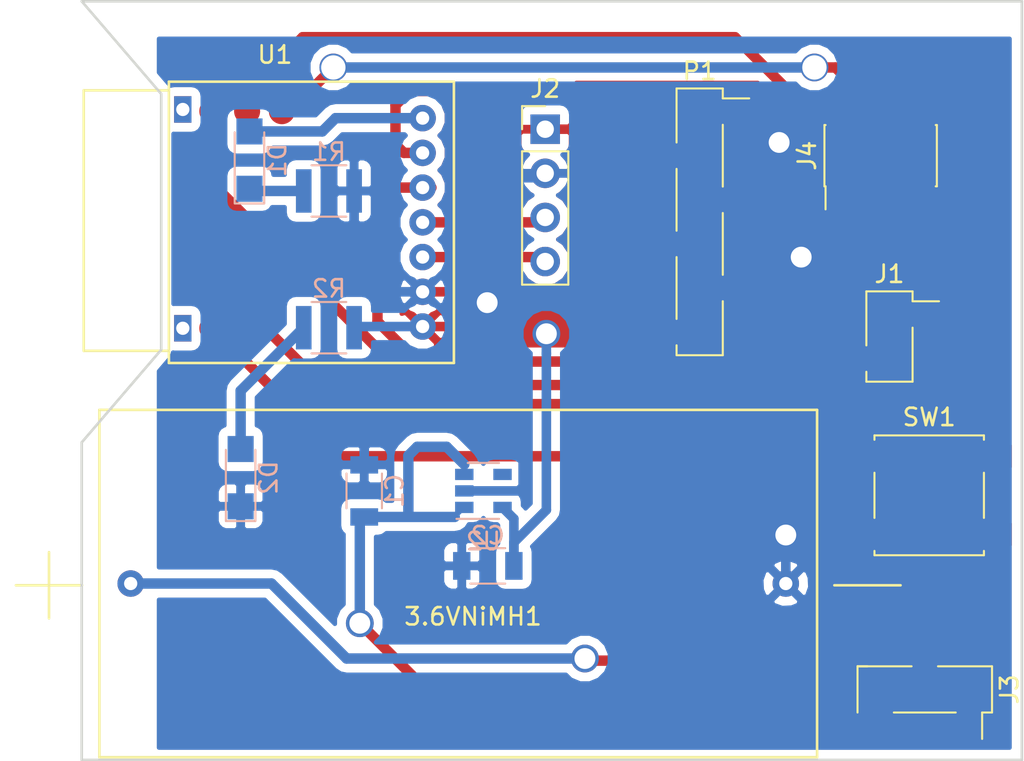
<source format=kicad_pcb>
(kicad_pcb (version 4) (host pcbnew 4.0.7-e2-6376~60~ubuntu17.10.1)

  (general
    (links 37)
    (no_connects 0)
    (area 194.996999 81.204999 249.249001 125.043001)
    (thickness 1.6)
    (drawings 7)
    (tracks 146)
    (zones 0)
    (modules 15)
    (nets 24)
  )

  (page A4)
  (layers
    (0 F.Cu mixed)
    (31 B.Cu signal)
    (32 B.Adhes user)
    (33 F.Adhes user)
    (34 B.Paste user)
    (35 F.Paste user)
    (36 B.SilkS user)
    (37 F.SilkS user)
    (38 B.Mask user)
    (39 F.Mask user)
    (40 Dwgs.User user)
    (41 Cmts.User user)
    (42 Eco1.User user)
    (43 Eco2.User user)
    (44 Edge.Cuts user)
    (45 Margin user)
    (46 B.CrtYd user)
    (47 F.CrtYd user)
    (48 B.Fab user)
    (49 F.Fab user)
  )

  (setup
    (last_trace_width 0.25)
    (trace_clearance 0.2)
    (zone_clearance 0.508)
    (zone_45_only yes)
    (trace_min 0.2)
    (segment_width 0.2)
    (edge_width 0.15)
    (via_size 0.6)
    (via_drill 0.4)
    (via_min_size 0.4)
    (via_min_drill 0.3)
    (uvia_size 0.3)
    (uvia_drill 0.1)
    (uvias_allowed no)
    (uvia_min_size 0.2)
    (uvia_min_drill 0.1)
    (pcb_text_width 0.3)
    (pcb_text_size 1.5 1.5)
    (mod_edge_width 0.15)
    (mod_text_size 1 1)
    (mod_text_width 0.15)
    (pad_size 1.524 1.524)
    (pad_drill 0.762)
    (pad_to_mask_clearance 0.2)
    (aux_axis_origin 187.198 90.424)
    (grid_origin 187.198 90.424)
    (visible_elements FFFFEF7F)
    (pcbplotparams
      (layerselection 0x01000_80000001)
      (usegerberextensions false)
      (excludeedgelayer true)
      (linewidth 0.100000)
      (plotframeref false)
      (viasonmask true)
      (mode 1)
      (useauxorigin false)
      (hpglpennumber 1)
      (hpglpenspeed 20)
      (hpglpendiameter 15)
      (hpglpenoverlay 2)
      (psnegative false)
      (psa4output false)
      (plotreference true)
      (plotvalue true)
      (plotinvisibletext true)
      (padsonsilk true)
      (subtractmaskfromsilk false)
      (outputformat 1)
      (mirror false)
      (drillshape 0)
      (scaleselection 1)
      (outputdirectory outpu/))
  )

  (net 0 "")
  (net 1 "Net-(D1-Pad2)")
  (net 2 "Net-(D1-Pad1)")
  (net 3 "Net-(D2-Pad2)")
  (net 4 GND)
  (net 5 +3V3)
  (net 6 SCLK)
  (net 7 SDA)
  (net 8 RX)
  (net 9 TX)
  (net 10 "Net-(P1-Pad2)")
  (net 11 "Net-(P1-Pad6)")
  (net 12 PA14)
  (net 13 PA15)
  (net 14 SWDIO)
  (net 15 SWDCLK)
  (net 16 "Net-(J4-Pad6)")
  (net 17 "Net-(J4-Pad7)")
  (net 18 "Net-(J4-Pad8)")
  (net 19 NRST)
  (net 20 "Net-(U2-Pad4)")
  (net 21 "Net-(3.6VNiMH1-Pad1)")
  (net 22 "Net-(C1-Pad1)")
  (net 23 "Net-(J3-Pad1)")

  (net_class Default "This is the default net class."
    (clearance 0.2)
    (trace_width 0.25)
    (via_dia 0.6)
    (via_drill 0.4)
    (uvia_dia 0.3)
    (uvia_drill 0.1)
  )

  (net_class cnc ""
    (clearance 0.5)
    (trace_width 0.6)
    (via_dia 1.6)
    (via_drill 1.4)
    (uvia_dia 0.3)
    (uvia_drill 0.1)
    (add_net +3V3)
    (add_net GND)
    (add_net NRST)
    (add_net "Net-(3.6VNiMH1-Pad1)")
    (add_net "Net-(C1-Pad1)")
    (add_net "Net-(D1-Pad1)")
    (add_net "Net-(D1-Pad2)")
    (add_net "Net-(D2-Pad2)")
    (add_net "Net-(J3-Pad1)")
    (add_net "Net-(J4-Pad6)")
    (add_net "Net-(J4-Pad7)")
    (add_net "Net-(J4-Pad8)")
    (add_net "Net-(P1-Pad2)")
    (add_net "Net-(P1-Pad6)")
    (add_net "Net-(U2-Pad4)")
    (add_net PA14)
    (add_net PA15)
    (add_net RX)
    (add_net SCLK)
    (add_net SDA)
    (add_net SWDCLK)
    (add_net SWDIO)
    (add_net TX)
  )

  (net_class cnc-narrow ""
    (clearance 0.3)
    (trace_width 0.55)
    (via_dia 1.6)
    (via_drill 1.2)
    (uvia_dia 0.3)
    (uvia_drill 0.1)
  )

  (net_class wide ""
    (clearance 0.2)
    (trace_width 0.5)
    (via_dia 0.6)
    (via_drill 0.4)
    (uvia_dia 0.3)
    (uvia_drill 0.1)
  )

  (module atsamr21:CR123_Battery_Holder (layer F.Cu) (tedit 5A9E1219) (tstamp 5A9E1463)
    (at 196.088 114.808)
    (path /5A8B66E0)
    (fp_text reference 3.6VNiMH1 (at 21.5 1.9) (layer F.SilkS)
      (effects (font (size 1 1) (thickness 0.15)))
    )
    (fp_text value Battery (at 21.2 -4.8) (layer F.Fab)
      (effects (font (size 1 1) (thickness 0.15)))
    )
    (fp_text user - (at 44.2 -0.3) (layer F.SilkS)
      (effects (font (size 5 5) (thickness 0.15)))
    )
    (fp_text user + (at -2.9 -0.3) (layer F.SilkS)
      (effects (font (size 5 5) (thickness 0.15)))
    )
    (fp_line (start 0 -10) (end 41.3 -10) (layer F.SilkS) (width 0.15))
    (fp_line (start 41.3 -10) (end 41.3 10) (layer F.SilkS) (width 0.15))
    (fp_line (start 41.3 10) (end 0 10) (layer F.SilkS) (width 0.15))
    (fp_line (start 0 10) (end 0 -10) (layer F.SilkS) (width 0.15))
    (pad 1 thru_hole circle (at 1.8 0) (size 1.524 1.524) (drill 0.762) (layers *.Cu *.Mask)
      (net 21 "Net-(3.6VNiMH1-Pad1)"))
    (pad 2 thru_hole circle (at 39.5 0) (size 1.524 1.524) (drill 0.762) (layers *.Cu *.Mask)
      (net 4 GND))
  )

  (module Capacitors_SMD:C_1206 (layer B.Cu) (tedit 58AA84B8) (tstamp 5A94C3E9)
    (at 211.328 109.474 90)
    (descr "Capacitor SMD 1206, reflow soldering, AVX (see smccp.pdf)")
    (tags "capacitor 1206")
    (path /5A8218B9)
    (attr smd)
    (fp_text reference C1 (at 0 1.75 90) (layer B.SilkS)
      (effects (font (size 1 1) (thickness 0.15)) (justify mirror))
    )
    (fp_text value 1uF (at 0 -2 90) (layer B.Fab)
      (effects (font (size 1 1) (thickness 0.15)) (justify mirror))
    )
    (fp_text user %R (at 0 1.75 90) (layer B.Fab)
      (effects (font (size 1 1) (thickness 0.15)) (justify mirror))
    )
    (fp_line (start -1.6 -0.8) (end -1.6 0.8) (layer B.Fab) (width 0.1))
    (fp_line (start 1.6 -0.8) (end -1.6 -0.8) (layer B.Fab) (width 0.1))
    (fp_line (start 1.6 0.8) (end 1.6 -0.8) (layer B.Fab) (width 0.1))
    (fp_line (start -1.6 0.8) (end 1.6 0.8) (layer B.Fab) (width 0.1))
    (fp_line (start 1 1.02) (end -1 1.02) (layer B.SilkS) (width 0.12))
    (fp_line (start -1 -1.02) (end 1 -1.02) (layer B.SilkS) (width 0.12))
    (fp_line (start -2.25 1.05) (end 2.25 1.05) (layer B.CrtYd) (width 0.05))
    (fp_line (start -2.25 1.05) (end -2.25 -1.05) (layer B.CrtYd) (width 0.05))
    (fp_line (start 2.25 -1.05) (end 2.25 1.05) (layer B.CrtYd) (width 0.05))
    (fp_line (start 2.25 -1.05) (end -2.25 -1.05) (layer B.CrtYd) (width 0.05))
    (pad 1 smd rect (at -1.5 0 90) (size 1 1.6) (layers B.Cu B.Paste B.Mask)
      (net 22 "Net-(C1-Pad1)"))
    (pad 2 smd rect (at 1.5 0 90) (size 1 1.6) (layers B.Cu B.Paste B.Mask)
      (net 4 GND))
    (model Capacitors_SMD.3dshapes/C_1206.wrl
      (at (xyz 0 0 0))
      (scale (xyz 1 1 1))
      (rotate (xyz 0 0 0))
    )
  )

  (module Capacitors_SMD:C_1206 (layer B.Cu) (tedit 58AA84B8) (tstamp 5A94C3EF)
    (at 218.44 113.792 180)
    (descr "Capacitor SMD 1206, reflow soldering, AVX (see smccp.pdf)")
    (tags "capacitor 1206")
    (path /5A821998)
    (attr smd)
    (fp_text reference C2 (at 0 1.75 180) (layer B.SilkS)
      (effects (font (size 1 1) (thickness 0.15)) (justify mirror))
    )
    (fp_text value 4.7uF (at 0 -2 180) (layer B.Fab)
      (effects (font (size 1 1) (thickness 0.15)) (justify mirror))
    )
    (fp_text user %R (at 0 1.75 180) (layer B.Fab)
      (effects (font (size 1 1) (thickness 0.15)) (justify mirror))
    )
    (fp_line (start -1.6 -0.8) (end -1.6 0.8) (layer B.Fab) (width 0.1))
    (fp_line (start 1.6 -0.8) (end -1.6 -0.8) (layer B.Fab) (width 0.1))
    (fp_line (start 1.6 0.8) (end 1.6 -0.8) (layer B.Fab) (width 0.1))
    (fp_line (start -1.6 0.8) (end 1.6 0.8) (layer B.Fab) (width 0.1))
    (fp_line (start 1 1.02) (end -1 1.02) (layer B.SilkS) (width 0.12))
    (fp_line (start -1 -1.02) (end 1 -1.02) (layer B.SilkS) (width 0.12))
    (fp_line (start -2.25 1.05) (end 2.25 1.05) (layer B.CrtYd) (width 0.05))
    (fp_line (start -2.25 1.05) (end -2.25 -1.05) (layer B.CrtYd) (width 0.05))
    (fp_line (start 2.25 -1.05) (end 2.25 1.05) (layer B.CrtYd) (width 0.05))
    (fp_line (start 2.25 -1.05) (end -2.25 -1.05) (layer B.CrtYd) (width 0.05))
    (pad 1 smd rect (at -1.5 0 180) (size 1 1.6) (layers B.Cu B.Paste B.Mask)
      (net 5 +3V3))
    (pad 2 smd rect (at 1.5 0 180) (size 1 1.6) (layers B.Cu B.Paste B.Mask)
      (net 4 GND))
    (model Capacitors_SMD.3dshapes/C_1206.wrl
      (at (xyz 0 0 0))
      (scale (xyz 1 1 1))
      (rotate (xyz 0 0 0))
    )
  )

  (module LEDs:LED_1206 (layer B.Cu) (tedit 57FE943C) (tstamp 5A94C3F5)
    (at 204.724 90.424 90)
    (descr "LED 1206 smd package")
    (tags "LED led 1206 SMD smd SMT smt smdled SMDLED smtled SMTLED")
    (path /57B58E2E)
    (attr smd)
    (fp_text reference D1 (at 0 1.6 90) (layer B.SilkS)
      (effects (font (size 1 1) (thickness 0.15)) (justify mirror))
    )
    (fp_text value SIGNAL (at 0 -1.7 90) (layer B.Fab)
      (effects (font (size 1 1) (thickness 0.15)) (justify mirror))
    )
    (fp_line (start -2.5 0.85) (end -2.5 -0.85) (layer B.SilkS) (width 0.12))
    (fp_line (start -0.45 0.4) (end -0.45 -0.4) (layer B.Fab) (width 0.1))
    (fp_line (start -0.4 0) (end 0.2 0.4) (layer B.Fab) (width 0.1))
    (fp_line (start 0.2 -0.4) (end -0.4 0) (layer B.Fab) (width 0.1))
    (fp_line (start 0.2 0.4) (end 0.2 -0.4) (layer B.Fab) (width 0.1))
    (fp_line (start 1.6 -0.8) (end -1.6 -0.8) (layer B.Fab) (width 0.1))
    (fp_line (start 1.6 0.8) (end 1.6 -0.8) (layer B.Fab) (width 0.1))
    (fp_line (start -1.6 0.8) (end 1.6 0.8) (layer B.Fab) (width 0.1))
    (fp_line (start -1.6 -0.8) (end -1.6 0.8) (layer B.Fab) (width 0.1))
    (fp_line (start -2.45 -0.85) (end 1.6 -0.85) (layer B.SilkS) (width 0.12))
    (fp_line (start -2.45 0.85) (end 1.6 0.85) (layer B.SilkS) (width 0.12))
    (fp_line (start 2.65 1) (end 2.65 -1) (layer B.CrtYd) (width 0.05))
    (fp_line (start 2.65 -1) (end -2.65 -1) (layer B.CrtYd) (width 0.05))
    (fp_line (start -2.65 -1) (end -2.65 1) (layer B.CrtYd) (width 0.05))
    (fp_line (start -2.65 1) (end 2.65 1) (layer B.CrtYd) (width 0.05))
    (pad 2 smd rect (at 1.65 0 270) (size 1.5 1.5) (layers B.Cu B.Paste B.Mask)
      (net 1 "Net-(D1-Pad2)"))
    (pad 1 smd rect (at -1.65 0 270) (size 1.5 1.5) (layers B.Cu B.Paste B.Mask)
      (net 2 "Net-(D1-Pad1)"))
    (model ${KISYS3DMOD}/LEDs.3dshapes/LED_1206.wrl
      (at (xyz 0 0 0))
      (scale (xyz 1 1 1))
      (rotate (xyz 0 0 180))
    )
  )

  (module LEDs:LED_1206 (layer B.Cu) (tedit 57FE943C) (tstamp 5A94C3FB)
    (at 204.216 108.712 90)
    (descr "LED 1206 smd package")
    (tags "LED led 1206 SMD smd SMT smt smdled SMDLED smtled SMTLED")
    (path /57B546DC)
    (attr smd)
    (fp_text reference D2 (at 0 1.6 90) (layer B.SilkS)
      (effects (font (size 1 1) (thickness 0.15)) (justify mirror))
    )
    (fp_text value PWR (at 0 -1.7 90) (layer B.Fab)
      (effects (font (size 1 1) (thickness 0.15)) (justify mirror))
    )
    (fp_line (start -2.5 0.85) (end -2.5 -0.85) (layer B.SilkS) (width 0.12))
    (fp_line (start -0.45 0.4) (end -0.45 -0.4) (layer B.Fab) (width 0.1))
    (fp_line (start -0.4 0) (end 0.2 0.4) (layer B.Fab) (width 0.1))
    (fp_line (start 0.2 -0.4) (end -0.4 0) (layer B.Fab) (width 0.1))
    (fp_line (start 0.2 0.4) (end 0.2 -0.4) (layer B.Fab) (width 0.1))
    (fp_line (start 1.6 -0.8) (end -1.6 -0.8) (layer B.Fab) (width 0.1))
    (fp_line (start 1.6 0.8) (end 1.6 -0.8) (layer B.Fab) (width 0.1))
    (fp_line (start -1.6 0.8) (end 1.6 0.8) (layer B.Fab) (width 0.1))
    (fp_line (start -1.6 -0.8) (end -1.6 0.8) (layer B.Fab) (width 0.1))
    (fp_line (start -2.45 -0.85) (end 1.6 -0.85) (layer B.SilkS) (width 0.12))
    (fp_line (start -2.45 0.85) (end 1.6 0.85) (layer B.SilkS) (width 0.12))
    (fp_line (start 2.65 1) (end 2.65 -1) (layer B.CrtYd) (width 0.05))
    (fp_line (start 2.65 -1) (end -2.65 -1) (layer B.CrtYd) (width 0.05))
    (fp_line (start -2.65 -1) (end -2.65 1) (layer B.CrtYd) (width 0.05))
    (fp_line (start -2.65 1) (end 2.65 1) (layer B.CrtYd) (width 0.05))
    (pad 2 smd rect (at 1.65 0 270) (size 1.5 1.5) (layers B.Cu B.Paste B.Mask)
      (net 3 "Net-(D2-Pad2)"))
    (pad 1 smd rect (at -1.65 0 270) (size 1.5 1.5) (layers B.Cu B.Paste B.Mask)
      (net 4 GND))
    (model ${KISYS3DMOD}/LEDs.3dshapes/LED_1206.wrl
      (at (xyz 0 0 0))
      (scale (xyz 1 1 1))
      (rotate (xyz 0 0 180))
    )
  )

  (module Pin_Headers:Pin_Header_Straight_1x02_Pitch2.54mm_SMD_Pin1Right (layer F.Cu) (tedit 59650532) (tstamp 5A94C401)
    (at 241.554 100.584)
    (descr "surface-mounted straight pin header, 1x02, 2.54mm pitch, single row, style 2 (pin 1 right)")
    (tags "Surface mounted pin header SMD 1x02 2.54mm single row style2 pin1 right")
    (path /5A78D00A)
    (attr smd)
    (fp_text reference J1 (at 0 -3.6) (layer F.SilkS)
      (effects (font (size 1 1) (thickness 0.15)))
    )
    (fp_text value "Test Points" (at 0 3.6) (layer F.Fab)
      (effects (font (size 1 1) (thickness 0.15)))
    )
    (fp_line (start 1.27 2.54) (end -1.27 2.54) (layer F.Fab) (width 0.1))
    (fp_line (start -1.27 -2.54) (end 0.32 -2.54) (layer F.Fab) (width 0.1))
    (fp_line (start 1.27 2.54) (end 1.27 -1.59) (layer F.Fab) (width 0.1))
    (fp_line (start 1.27 -1.59) (end 0.32 -2.54) (layer F.Fab) (width 0.1))
    (fp_line (start -1.27 -2.54) (end -1.27 2.54) (layer F.Fab) (width 0.1))
    (fp_line (start -1.27 0.95) (end -2.54 0.95) (layer F.Fab) (width 0.1))
    (fp_line (start -2.54 0.95) (end -2.54 1.59) (layer F.Fab) (width 0.1))
    (fp_line (start -2.54 1.59) (end -1.27 1.59) (layer F.Fab) (width 0.1))
    (fp_line (start 1.27 -1.59) (end 2.54 -1.59) (layer F.Fab) (width 0.1))
    (fp_line (start 2.54 -1.59) (end 2.54 -0.95) (layer F.Fab) (width 0.1))
    (fp_line (start 2.54 -0.95) (end 1.27 -0.95) (layer F.Fab) (width 0.1))
    (fp_line (start -1.33 -2.6) (end 1.33 -2.6) (layer F.SilkS) (width 0.12))
    (fp_line (start -1.33 2.6) (end 1.33 2.6) (layer F.SilkS) (width 0.12))
    (fp_line (start 1.33 -0.51) (end 1.33 2.6) (layer F.SilkS) (width 0.12))
    (fp_line (start -1.33 -2.6) (end -1.33 0.51) (layer F.SilkS) (width 0.12))
    (fp_line (start 1.33 -2.03) (end 2.85 -2.03) (layer F.SilkS) (width 0.12))
    (fp_line (start 1.33 -2.6) (end 1.33 -2.03) (layer F.SilkS) (width 0.12))
    (fp_line (start -1.33 2.03) (end -1.33 2.6) (layer F.SilkS) (width 0.12))
    (fp_line (start -3.45 -3.05) (end -3.45 3.05) (layer F.CrtYd) (width 0.05))
    (fp_line (start -3.45 3.05) (end 3.45 3.05) (layer F.CrtYd) (width 0.05))
    (fp_line (start 3.45 3.05) (end 3.45 -3.05) (layer F.CrtYd) (width 0.05))
    (fp_line (start 3.45 -3.05) (end -3.45 -3.05) (layer F.CrtYd) (width 0.05))
    (fp_text user %R (at 0 0 90) (layer F.Fab)
      (effects (font (size 1 1) (thickness 0.15)))
    )
    (pad 2 smd rect (at -1.655 1.27) (size 2.51 1) (layers F.Cu F.Paste F.Mask)
      (net 13 PA15))
    (pad 1 smd rect (at 1.655 -1.27) (size 2.51 1) (layers F.Cu F.Paste F.Mask)
      (net 12 PA14))
    (model ${KISYS3DMOD}/Pin_Headers.3dshapes/Pin_Header_Straight_1x02_Pitch2.54mm_SMD_Pin1Right.wrl
      (at (xyz 0 0 0))
      (scale (xyz 1 1 1))
      (rotate (xyz 0 0 0))
    )
  )

  (module Pin_Headers:Pin_Header_Straight_1x04_Pitch2.54mm (layer F.Cu) (tedit 59650532) (tstamp 5A94C409)
    (at 221.742 88.646)
    (descr "Through hole straight pin header, 1x04, 2.54mm pitch, single row")
    (tags "Through hole pin header THT 1x04 2.54mm single row")
    (path /59F959C0)
    (fp_text reference J2 (at 0 -2.33) (layer F.SilkS)
      (effects (font (size 1 1) (thickness 0.15)))
    )
    (fp_text value "MPU9250 connection" (at 0 9.95) (layer F.Fab)
      (effects (font (size 1 1) (thickness 0.15)))
    )
    (fp_line (start -0.635 -1.27) (end 1.27 -1.27) (layer F.Fab) (width 0.1))
    (fp_line (start 1.27 -1.27) (end 1.27 8.89) (layer F.Fab) (width 0.1))
    (fp_line (start 1.27 8.89) (end -1.27 8.89) (layer F.Fab) (width 0.1))
    (fp_line (start -1.27 8.89) (end -1.27 -0.635) (layer F.Fab) (width 0.1))
    (fp_line (start -1.27 -0.635) (end -0.635 -1.27) (layer F.Fab) (width 0.1))
    (fp_line (start -1.33 8.95) (end 1.33 8.95) (layer F.SilkS) (width 0.12))
    (fp_line (start -1.33 1.27) (end -1.33 8.95) (layer F.SilkS) (width 0.12))
    (fp_line (start 1.33 1.27) (end 1.33 8.95) (layer F.SilkS) (width 0.12))
    (fp_line (start -1.33 1.27) (end 1.33 1.27) (layer F.SilkS) (width 0.12))
    (fp_line (start -1.33 0) (end -1.33 -1.33) (layer F.SilkS) (width 0.12))
    (fp_line (start -1.33 -1.33) (end 0 -1.33) (layer F.SilkS) (width 0.12))
    (fp_line (start -1.8 -1.8) (end -1.8 9.4) (layer F.CrtYd) (width 0.05))
    (fp_line (start -1.8 9.4) (end 1.8 9.4) (layer F.CrtYd) (width 0.05))
    (fp_line (start 1.8 9.4) (end 1.8 -1.8) (layer F.CrtYd) (width 0.05))
    (fp_line (start 1.8 -1.8) (end -1.8 -1.8) (layer F.CrtYd) (width 0.05))
    (fp_text user %R (at 0 3.81 90) (layer F.Fab)
      (effects (font (size 1 1) (thickness 0.15)))
    )
    (pad 1 thru_hole rect (at 0 0) (size 1.7 1.7) (drill 1) (layers *.Cu *.Mask)
      (net 5 +3V3))
    (pad 2 thru_hole oval (at 0 2.54) (size 1.7 1.7) (drill 1) (layers *.Cu *.Mask)
      (net 4 GND))
    (pad 3 thru_hole oval (at 0 5.08) (size 1.7 1.7) (drill 1) (layers *.Cu *.Mask)
      (net 6 SCLK))
    (pad 4 thru_hole oval (at 0 7.62) (size 1.7 1.7) (drill 1) (layers *.Cu *.Mask)
      (net 7 SDA))
    (model ${KISYS3DMOD}/Pin_Headers.3dshapes/Pin_Header_Straight_1x04_Pitch2.54mm.wrl
      (at (xyz 0 0 0))
      (scale (xyz 1 1 1))
      (rotate (xyz 0 0 0))
    )
  )

  (module Pin_Headers:Pin_Header_Straight_1x03_Pitch2.54mm_SMD_Pin1Right (layer F.Cu) (tedit 59650532) (tstamp 5A94C410)
    (at 243.586 120.904 270)
    (descr "surface-mounted straight pin header, 1x03, 2.54mm pitch, single row, style 2 (pin 1 right)")
    (tags "Surface mounted pin header SMD 1x03 2.54mm single row style2 pin1 right")
    (path /5A94A810)
    (attr smd)
    (fp_text reference J3 (at 0 -4.87 270) (layer F.SilkS)
      (effects (font (size 1 1) (thickness 0.15)))
    )
    (fp_text value on/off (at 0 4.87 270) (layer F.Fab)
      (effects (font (size 1 1) (thickness 0.15)))
    )
    (fp_line (start 1.27 3.81) (end -1.27 3.81) (layer F.Fab) (width 0.1))
    (fp_line (start -1.27 -3.81) (end 0.32 -3.81) (layer F.Fab) (width 0.1))
    (fp_line (start 1.27 3.81) (end 1.27 -2.86) (layer F.Fab) (width 0.1))
    (fp_line (start 1.27 -2.86) (end 0.32 -3.81) (layer F.Fab) (width 0.1))
    (fp_line (start -1.27 -3.81) (end -1.27 3.81) (layer F.Fab) (width 0.1))
    (fp_line (start -1.27 -0.32) (end -2.54 -0.32) (layer F.Fab) (width 0.1))
    (fp_line (start -2.54 -0.32) (end -2.54 0.32) (layer F.Fab) (width 0.1))
    (fp_line (start -2.54 0.32) (end -1.27 0.32) (layer F.Fab) (width 0.1))
    (fp_line (start 1.27 -2.86) (end 2.54 -2.86) (layer F.Fab) (width 0.1))
    (fp_line (start 2.54 -2.86) (end 2.54 -2.22) (layer F.Fab) (width 0.1))
    (fp_line (start 2.54 -2.22) (end 1.27 -2.22) (layer F.Fab) (width 0.1))
    (fp_line (start 1.27 2.22) (end 2.54 2.22) (layer F.Fab) (width 0.1))
    (fp_line (start 2.54 2.22) (end 2.54 2.86) (layer F.Fab) (width 0.1))
    (fp_line (start 2.54 2.86) (end 1.27 2.86) (layer F.Fab) (width 0.1))
    (fp_line (start -1.33 -3.87) (end 1.33 -3.87) (layer F.SilkS) (width 0.12))
    (fp_line (start -1.33 3.87) (end 1.33 3.87) (layer F.SilkS) (width 0.12))
    (fp_line (start 1.33 -1.78) (end 1.33 1.78) (layer F.SilkS) (width 0.12))
    (fp_line (start -1.33 -3.87) (end -1.33 -0.76) (layer F.SilkS) (width 0.12))
    (fp_line (start 1.33 -3.3) (end 2.85 -3.3) (layer F.SilkS) (width 0.12))
    (fp_line (start 1.33 -3.87) (end 1.33 -3.3) (layer F.SilkS) (width 0.12))
    (fp_line (start -1.33 3.3) (end -1.33 3.87) (layer F.SilkS) (width 0.12))
    (fp_line (start -1.33 0.76) (end -1.33 3.87) (layer F.SilkS) (width 0.12))
    (fp_line (start -3.45 -4.35) (end -3.45 4.35) (layer F.CrtYd) (width 0.05))
    (fp_line (start -3.45 4.35) (end 3.45 4.35) (layer F.CrtYd) (width 0.05))
    (fp_line (start 3.45 4.35) (end 3.45 -4.35) (layer F.CrtYd) (width 0.05))
    (fp_line (start 3.45 -4.35) (end -3.45 -4.35) (layer F.CrtYd) (width 0.05))
    (fp_text user %R (at 0 0 360) (layer F.Fab)
      (effects (font (size 1 1) (thickness 0.15)))
    )
    (pad 2 smd rect (at -1.655 0 270) (size 2.51 1) (layers F.Cu F.Paste F.Mask)
      (net 21 "Net-(3.6VNiMH1-Pad1)"))
    (pad 1 smd rect (at 1.655 -2.54 270) (size 2.51 1) (layers F.Cu F.Paste F.Mask)
      (net 23 "Net-(J3-Pad1)"))
    (pad 3 smd rect (at 1.655 2.54 270) (size 2.51 1) (layers F.Cu F.Paste F.Mask)
      (net 22 "Net-(C1-Pad1)"))
    (model ${KISYS3DMOD}/Pin_Headers.3dshapes/Pin_Header_Straight_1x03_Pitch2.54mm_SMD_Pin1Right.wrl
      (at (xyz 0 0 0))
      (scale (xyz 1 1 1))
      (rotate (xyz 0 0 0))
    )
  )

  (module Pin_Headers:Pin_Header_Straight_2x05_Pitch1.27mm_SMD (layer F.Cu) (tedit 59650536) (tstamp 5A94C41E)
    (at 241.046 90.17 90)
    (descr "surface-mounted straight pin header, 2x05, 1.27mm pitch, double rows")
    (tags "Surface mounted pin header SMD 2x05 1.27mm double row")
    (path /5A72BCA8)
    (attr smd)
    (fp_text reference J4 (at 0 -4.235 90) (layer F.SilkS)
      (effects (font (size 1 1) (thickness 0.15)))
    )
    (fp_text value ATMEL-CORTEX (at 0 4.235 90) (layer F.Fab)
      (effects (font (size 1 1) (thickness 0.15)))
    )
    (fp_line (start 1.705 3.175) (end -1.705 3.175) (layer F.Fab) (width 0.1))
    (fp_line (start -1.27 -3.175) (end 1.705 -3.175) (layer F.Fab) (width 0.1))
    (fp_line (start -1.705 3.175) (end -1.705 -2.74) (layer F.Fab) (width 0.1))
    (fp_line (start -1.705 -2.74) (end -1.27 -3.175) (layer F.Fab) (width 0.1))
    (fp_line (start 1.705 -3.175) (end 1.705 3.175) (layer F.Fab) (width 0.1))
    (fp_line (start -1.705 -2.74) (end -2.75 -2.74) (layer F.Fab) (width 0.1))
    (fp_line (start -2.75 -2.74) (end -2.75 -2.34) (layer F.Fab) (width 0.1))
    (fp_line (start -2.75 -2.34) (end -1.705 -2.34) (layer F.Fab) (width 0.1))
    (fp_line (start 1.705 -2.74) (end 2.75 -2.74) (layer F.Fab) (width 0.1))
    (fp_line (start 2.75 -2.74) (end 2.75 -2.34) (layer F.Fab) (width 0.1))
    (fp_line (start 2.75 -2.34) (end 1.705 -2.34) (layer F.Fab) (width 0.1))
    (fp_line (start -1.705 -1.47) (end -2.75 -1.47) (layer F.Fab) (width 0.1))
    (fp_line (start -2.75 -1.47) (end -2.75 -1.07) (layer F.Fab) (width 0.1))
    (fp_line (start -2.75 -1.07) (end -1.705 -1.07) (layer F.Fab) (width 0.1))
    (fp_line (start 1.705 -1.47) (end 2.75 -1.47) (layer F.Fab) (width 0.1))
    (fp_line (start 2.75 -1.47) (end 2.75 -1.07) (layer F.Fab) (width 0.1))
    (fp_line (start 2.75 -1.07) (end 1.705 -1.07) (layer F.Fab) (width 0.1))
    (fp_line (start -1.705 -0.2) (end -2.75 -0.2) (layer F.Fab) (width 0.1))
    (fp_line (start -2.75 -0.2) (end -2.75 0.2) (layer F.Fab) (width 0.1))
    (fp_line (start -2.75 0.2) (end -1.705 0.2) (layer F.Fab) (width 0.1))
    (fp_line (start 1.705 -0.2) (end 2.75 -0.2) (layer F.Fab) (width 0.1))
    (fp_line (start 2.75 -0.2) (end 2.75 0.2) (layer F.Fab) (width 0.1))
    (fp_line (start 2.75 0.2) (end 1.705 0.2) (layer F.Fab) (width 0.1))
    (fp_line (start -1.705 1.07) (end -2.75 1.07) (layer F.Fab) (width 0.1))
    (fp_line (start -2.75 1.07) (end -2.75 1.47) (layer F.Fab) (width 0.1))
    (fp_line (start -2.75 1.47) (end -1.705 1.47) (layer F.Fab) (width 0.1))
    (fp_line (start 1.705 1.07) (end 2.75 1.07) (layer F.Fab) (width 0.1))
    (fp_line (start 2.75 1.07) (end 2.75 1.47) (layer F.Fab) (width 0.1))
    (fp_line (start 2.75 1.47) (end 1.705 1.47) (layer F.Fab) (width 0.1))
    (fp_line (start -1.705 2.34) (end -2.75 2.34) (layer F.Fab) (width 0.1))
    (fp_line (start -2.75 2.34) (end -2.75 2.74) (layer F.Fab) (width 0.1))
    (fp_line (start -2.75 2.74) (end -1.705 2.74) (layer F.Fab) (width 0.1))
    (fp_line (start 1.705 2.34) (end 2.75 2.34) (layer F.Fab) (width 0.1))
    (fp_line (start 2.75 2.34) (end 2.75 2.74) (layer F.Fab) (width 0.1))
    (fp_line (start 2.75 2.74) (end 1.705 2.74) (layer F.Fab) (width 0.1))
    (fp_line (start -1.765 -3.235) (end 1.765 -3.235) (layer F.SilkS) (width 0.12))
    (fp_line (start -1.765 3.235) (end 1.765 3.235) (layer F.SilkS) (width 0.12))
    (fp_line (start -3.09 -3.17) (end -1.765 -3.17) (layer F.SilkS) (width 0.12))
    (fp_line (start -1.765 -3.235) (end -1.765 -3.17) (layer F.SilkS) (width 0.12))
    (fp_line (start 1.765 -3.235) (end 1.765 -3.17) (layer F.SilkS) (width 0.12))
    (fp_line (start -1.765 3.17) (end -1.765 3.235) (layer F.SilkS) (width 0.12))
    (fp_line (start 1.765 3.17) (end 1.765 3.235) (layer F.SilkS) (width 0.12))
    (fp_line (start -4.3 -3.7) (end -4.3 3.7) (layer F.CrtYd) (width 0.05))
    (fp_line (start -4.3 3.7) (end 4.3 3.7) (layer F.CrtYd) (width 0.05))
    (fp_line (start 4.3 3.7) (end 4.3 -3.7) (layer F.CrtYd) (width 0.05))
    (fp_line (start 4.3 -3.7) (end -4.3 -3.7) (layer F.CrtYd) (width 0.05))
    (fp_text user %R (at 0 0 180) (layer F.Fab)
      (effects (font (size 1 1) (thickness 0.15)))
    )
    (pad 1 smd rect (at -1.95 -2.54 90) (size 2.4 0.74) (layers F.Cu F.Paste F.Mask)
      (net 5 +3V3))
    (pad 2 smd rect (at 1.95 -2.54 90) (size 2.4 0.74) (layers F.Cu F.Paste F.Mask)
      (net 14 SWDIO))
    (pad 3 smd rect (at -1.95 -1.27 90) (size 2.4 0.74) (layers F.Cu F.Paste F.Mask)
      (net 4 GND))
    (pad 4 smd rect (at 1.95 -1.27 90) (size 2.4 0.74) (layers F.Cu F.Paste F.Mask)
      (net 15 SWDCLK))
    (pad 5 smd rect (at -1.95 0 90) (size 2.4 0.74) (layers F.Cu F.Paste F.Mask)
      (net 4 GND))
    (pad 6 smd rect (at 1.95 0 90) (size 2.4 0.74) (layers F.Cu F.Paste F.Mask)
      (net 16 "Net-(J4-Pad6)"))
    (pad 7 smd rect (at -1.95 1.27 90) (size 2.4 0.74) (layers F.Cu F.Paste F.Mask)
      (net 17 "Net-(J4-Pad7)"))
    (pad 8 smd rect (at 1.95 1.27 90) (size 2.4 0.74) (layers F.Cu F.Paste F.Mask)
      (net 18 "Net-(J4-Pad8)"))
    (pad 9 smd rect (at -1.95 2.54 90) (size 2.4 0.74) (layers F.Cu F.Paste F.Mask)
      (net 4 GND))
    (pad 10 smd rect (at 1.95 2.54 90) (size 2.4 0.74) (layers F.Cu F.Paste F.Mask)
      (net 19 NRST))
    (model ${KISYS3DMOD}/Pin_Headers.3dshapes/Pin_Header_Straight_2x05_Pitch1.27mm_SMD.wrl
      (at (xyz 0 0 0))
      (scale (xyz 1 1 1))
      (rotate (xyz 0 0 0))
    )
  )

  (module Pin_Headers:Pin_Header_Straight_1x06_Pitch2.54mm_SMD_Pin1Right (layer F.Cu) (tedit 59650532) (tstamp 5A94C428)
    (at 230.632 93.98)
    (descr "surface-mounted straight pin header, 1x06, 2.54mm pitch, single row, style 2 (pin 1 right)")
    (tags "Surface mounted pin header SMD 1x06 2.54mm single row style2 pin1 right")
    (path /57B543CA)
    (attr smd)
    (fp_text reference P1 (at 0 -8.68) (layer F.SilkS)
      (effects (font (size 1 1) (thickness 0.15)))
    )
    (fp_text value FTDI/Serial (at 0 8.68) (layer F.Fab)
      (effects (font (size 1 1) (thickness 0.15)))
    )
    (fp_line (start 1.27 7.62) (end -1.27 7.62) (layer F.Fab) (width 0.1))
    (fp_line (start -1.27 -7.62) (end 0.32 -7.62) (layer F.Fab) (width 0.1))
    (fp_line (start 1.27 7.62) (end 1.27 -6.67) (layer F.Fab) (width 0.1))
    (fp_line (start 1.27 -6.67) (end 0.32 -7.62) (layer F.Fab) (width 0.1))
    (fp_line (start -1.27 -7.62) (end -1.27 7.62) (layer F.Fab) (width 0.1))
    (fp_line (start -1.27 -4.13) (end -2.54 -4.13) (layer F.Fab) (width 0.1))
    (fp_line (start -2.54 -4.13) (end -2.54 -3.49) (layer F.Fab) (width 0.1))
    (fp_line (start -2.54 -3.49) (end -1.27 -3.49) (layer F.Fab) (width 0.1))
    (fp_line (start -1.27 0.95) (end -2.54 0.95) (layer F.Fab) (width 0.1))
    (fp_line (start -2.54 0.95) (end -2.54 1.59) (layer F.Fab) (width 0.1))
    (fp_line (start -2.54 1.59) (end -1.27 1.59) (layer F.Fab) (width 0.1))
    (fp_line (start -1.27 6.03) (end -2.54 6.03) (layer F.Fab) (width 0.1))
    (fp_line (start -2.54 6.03) (end -2.54 6.67) (layer F.Fab) (width 0.1))
    (fp_line (start -2.54 6.67) (end -1.27 6.67) (layer F.Fab) (width 0.1))
    (fp_line (start 1.27 -6.67) (end 2.54 -6.67) (layer F.Fab) (width 0.1))
    (fp_line (start 2.54 -6.67) (end 2.54 -6.03) (layer F.Fab) (width 0.1))
    (fp_line (start 2.54 -6.03) (end 1.27 -6.03) (layer F.Fab) (width 0.1))
    (fp_line (start 1.27 -1.59) (end 2.54 -1.59) (layer F.Fab) (width 0.1))
    (fp_line (start 2.54 -1.59) (end 2.54 -0.95) (layer F.Fab) (width 0.1))
    (fp_line (start 2.54 -0.95) (end 1.27 -0.95) (layer F.Fab) (width 0.1))
    (fp_line (start 1.27 3.49) (end 2.54 3.49) (layer F.Fab) (width 0.1))
    (fp_line (start 2.54 3.49) (end 2.54 4.13) (layer F.Fab) (width 0.1))
    (fp_line (start 2.54 4.13) (end 1.27 4.13) (layer F.Fab) (width 0.1))
    (fp_line (start -1.33 -7.68) (end 1.33 -7.68) (layer F.SilkS) (width 0.12))
    (fp_line (start -1.33 7.68) (end 1.33 7.68) (layer F.SilkS) (width 0.12))
    (fp_line (start 1.33 -5.59) (end 1.33 -2.03) (layer F.SilkS) (width 0.12))
    (fp_line (start 1.33 -0.51) (end 1.33 3.05) (layer F.SilkS) (width 0.12))
    (fp_line (start 1.33 4.57) (end 1.33 7.68) (layer F.SilkS) (width 0.12))
    (fp_line (start -1.33 -7.68) (end -1.33 -4.57) (layer F.SilkS) (width 0.12))
    (fp_line (start 1.33 -7.11) (end 2.85 -7.11) (layer F.SilkS) (width 0.12))
    (fp_line (start 1.33 -7.68) (end 1.33 -7.11) (layer F.SilkS) (width 0.12))
    (fp_line (start -1.33 7.11) (end -1.33 7.68) (layer F.SilkS) (width 0.12))
    (fp_line (start -1.33 -3.05) (end -1.33 0.51) (layer F.SilkS) (width 0.12))
    (fp_line (start -1.33 2.03) (end -1.33 5.59) (layer F.SilkS) (width 0.12))
    (fp_line (start -3.45 -8.15) (end -3.45 8.15) (layer F.CrtYd) (width 0.05))
    (fp_line (start -3.45 8.15) (end 3.45 8.15) (layer F.CrtYd) (width 0.05))
    (fp_line (start 3.45 8.15) (end 3.45 -8.15) (layer F.CrtYd) (width 0.05))
    (fp_line (start 3.45 -8.15) (end -3.45 -8.15) (layer F.CrtYd) (width 0.05))
    (fp_text user %R (at 0 0 90) (layer F.Fab)
      (effects (font (size 1 1) (thickness 0.15)))
    )
    (pad 2 smd rect (at -1.655 -3.81) (size 2.51 1) (layers F.Cu F.Paste F.Mask)
      (net 10 "Net-(P1-Pad2)"))
    (pad 4 smd rect (at -1.655 1.27) (size 2.51 1) (layers F.Cu F.Paste F.Mask)
      (net 9 TX))
    (pad 6 smd rect (at -1.655 6.35) (size 2.51 1) (layers F.Cu F.Paste F.Mask)
      (net 11 "Net-(P1-Pad6)"))
    (pad 1 smd rect (at 1.655 -6.35) (size 2.51 1) (layers F.Cu F.Paste F.Mask)
      (net 4 GND))
    (pad 3 smd rect (at 1.655 -1.27) (size 2.51 1) (layers F.Cu F.Paste F.Mask)
      (net 5 +3V3))
    (pad 5 smd rect (at 1.655 3.81) (size 2.51 1) (layers F.Cu F.Paste F.Mask)
      (net 8 RX))
    (model ${KISYS3DMOD}/Pin_Headers.3dshapes/Pin_Header_Straight_1x06_Pitch2.54mm_SMD_Pin1Right.wrl
      (at (xyz 0 0 0))
      (scale (xyz 1 1 1))
      (rotate (xyz 0 0 0))
    )
  )

  (module Resistors_SMD:R_1210 (layer B.Cu) (tedit 58E0A804) (tstamp 5A94C42E)
    (at 209.296 92.202 180)
    (descr "Resistor SMD 1210, reflow soldering, Vishay (see dcrcw.pdf)")
    (tags "resistor 1210")
    (path /57B66E31)
    (attr smd)
    (fp_text reference R1 (at 0 2.25 180) (layer B.SilkS)
      (effects (font (size 1 1) (thickness 0.15)) (justify mirror))
    )
    (fp_text value 39 (at 0 -2.4 180) (layer B.Fab)
      (effects (font (size 1 1) (thickness 0.15)) (justify mirror))
    )
    (fp_text user %R (at 0 0 180) (layer B.Fab)
      (effects (font (size 0.7 0.7) (thickness 0.105)) (justify mirror))
    )
    (fp_line (start -1.6 -1.25) (end -1.6 1.25) (layer B.Fab) (width 0.1))
    (fp_line (start 1.6 -1.25) (end -1.6 -1.25) (layer B.Fab) (width 0.1))
    (fp_line (start 1.6 1.25) (end 1.6 -1.25) (layer B.Fab) (width 0.1))
    (fp_line (start -1.6 1.25) (end 1.6 1.25) (layer B.Fab) (width 0.1))
    (fp_line (start 1 -1.48) (end -1 -1.48) (layer B.SilkS) (width 0.12))
    (fp_line (start -1 1.48) (end 1 1.48) (layer B.SilkS) (width 0.12))
    (fp_line (start -2.15 1.5) (end 2.15 1.5) (layer B.CrtYd) (width 0.05))
    (fp_line (start -2.15 1.5) (end -2.15 -1.5) (layer B.CrtYd) (width 0.05))
    (fp_line (start 2.15 -1.5) (end 2.15 1.5) (layer B.CrtYd) (width 0.05))
    (fp_line (start 2.15 -1.5) (end -2.15 -1.5) (layer B.CrtYd) (width 0.05))
    (pad 1 smd rect (at -1.45 0 180) (size 0.9 2.5) (layers B.Cu B.Paste B.Mask)
      (net 4 GND))
    (pad 2 smd rect (at 1.45 0 180) (size 0.9 2.5) (layers B.Cu B.Paste B.Mask)
      (net 2 "Net-(D1-Pad1)"))
    (model ${KISYS3DMOD}/Resistors_SMD.3dshapes/R_1210.wrl
      (at (xyz 0 0 0))
      (scale (xyz 1 1 1))
      (rotate (xyz 0 0 0))
    )
  )

  (module Resistors_SMD:R_1210 (layer B.Cu) (tedit 58E0A804) (tstamp 5A94C434)
    (at 209.296 100.076 180)
    (descr "Resistor SMD 1210, reflow soldering, Vishay (see dcrcw.pdf)")
    (tags "resistor 1210")
    (path /57B66E9C)
    (attr smd)
    (fp_text reference R2 (at 0 2.25 180) (layer B.SilkS)
      (effects (font (size 1 1) (thickness 0.15)) (justify mirror))
    )
    (fp_text value 39 (at 0 -2.4 180) (layer B.Fab)
      (effects (font (size 1 1) (thickness 0.15)) (justify mirror))
    )
    (fp_text user %R (at 0 0 180) (layer B.Fab)
      (effects (font (size 0.7 0.7) (thickness 0.105)) (justify mirror))
    )
    (fp_line (start -1.6 -1.25) (end -1.6 1.25) (layer B.Fab) (width 0.1))
    (fp_line (start 1.6 -1.25) (end -1.6 -1.25) (layer B.Fab) (width 0.1))
    (fp_line (start 1.6 1.25) (end 1.6 -1.25) (layer B.Fab) (width 0.1))
    (fp_line (start -1.6 1.25) (end 1.6 1.25) (layer B.Fab) (width 0.1))
    (fp_line (start 1 -1.48) (end -1 -1.48) (layer B.SilkS) (width 0.12))
    (fp_line (start -1 1.48) (end 1 1.48) (layer B.SilkS) (width 0.12))
    (fp_line (start -2.15 1.5) (end 2.15 1.5) (layer B.CrtYd) (width 0.05))
    (fp_line (start -2.15 1.5) (end -2.15 -1.5) (layer B.CrtYd) (width 0.05))
    (fp_line (start 2.15 -1.5) (end 2.15 1.5) (layer B.CrtYd) (width 0.05))
    (fp_line (start 2.15 -1.5) (end -2.15 -1.5) (layer B.CrtYd) (width 0.05))
    (pad 1 smd rect (at -1.45 0 180) (size 0.9 2.5) (layers B.Cu B.Paste B.Mask)
      (net 5 +3V3))
    (pad 2 smd rect (at 1.45 0 180) (size 0.9 2.5) (layers B.Cu B.Paste B.Mask)
      (net 3 "Net-(D2-Pad2)"))
    (model ${KISYS3DMOD}/Resistors_SMD.3dshapes/R_1210.wrl
      (at (xyz 0 0 0))
      (scale (xyz 1 1 1))
      (rotate (xyz 0 0 0))
    )
  )

  (module Buttons_Switches_SMD:SW_SPST_B3S-1000 (layer F.Cu) (tedit 58724047) (tstamp 5A94C43C)
    (at 243.84 109.728)
    (descr "Surface Mount Tactile Switch for High-Density Packaging")
    (tags "Tactile Switch")
    (path /5A72B196)
    (attr smd)
    (fp_text reference SW1 (at 0 -4.5) (layer F.SilkS)
      (effects (font (size 1 1) (thickness 0.15)))
    )
    (fp_text value SW_Reset (at 0 4.5) (layer F.Fab)
      (effects (font (size 1 1) (thickness 0.15)))
    )
    (fp_text user %R (at 0 -4.5) (layer F.Fab)
      (effects (font (size 1 1) (thickness 0.15)))
    )
    (fp_line (start -5 3.7) (end 5 3.7) (layer F.CrtYd) (width 0.05))
    (fp_line (start 5 3.7) (end 5 -3.7) (layer F.CrtYd) (width 0.05))
    (fp_line (start 5 -3.7) (end -5 -3.7) (layer F.CrtYd) (width 0.05))
    (fp_line (start -5 -3.7) (end -5 3.7) (layer F.CrtYd) (width 0.05))
    (fp_line (start -3.15 -3.2) (end -3.15 -3.45) (layer F.SilkS) (width 0.12))
    (fp_line (start -3.15 -3.45) (end 3.15 -3.45) (layer F.SilkS) (width 0.12))
    (fp_line (start 3.15 -3.45) (end 3.15 -3.2) (layer F.SilkS) (width 0.12))
    (fp_line (start -3.15 1.3) (end -3.15 -1.3) (layer F.SilkS) (width 0.12))
    (fp_line (start 3.15 3.2) (end 3.15 3.45) (layer F.SilkS) (width 0.12))
    (fp_line (start 3.15 3.45) (end -3.15 3.45) (layer F.SilkS) (width 0.12))
    (fp_line (start -3.15 3.45) (end -3.15 3.2) (layer F.SilkS) (width 0.12))
    (fp_line (start 3.15 -1.3) (end 3.15 1.3) (layer F.SilkS) (width 0.12))
    (fp_circle (center 0 0) (end 1.65 0) (layer F.Fab) (width 0.1))
    (fp_line (start -3 -3.3) (end 3 -3.3) (layer F.Fab) (width 0.1))
    (fp_line (start 3 -3.3) (end 3 3.3) (layer F.Fab) (width 0.1))
    (fp_line (start 3 3.3) (end -3 3.3) (layer F.Fab) (width 0.1))
    (fp_line (start -3 3.3) (end -3 -3.3) (layer F.Fab) (width 0.1))
    (pad 1 smd rect (at -3.975 -2.25) (size 1.55 1.3) (layers F.Cu F.Paste F.Mask)
      (net 19 NRST))
    (pad 1 smd rect (at 3.975 -2.25) (size 1.55 1.3) (layers F.Cu F.Paste F.Mask)
      (net 19 NRST))
    (pad 2 smd rect (at -3.975 2.25) (size 1.55 1.3) (layers F.Cu F.Paste F.Mask)
      (net 4 GND))
    (pad 2 smd rect (at 3.975 2.25) (size 1.55 1.3) (layers F.Cu F.Paste F.Mask)
      (net 4 GND))
    (model ${KISYS3DMOD}/Buttons_Switches_SMD.3dshapes/SW_SPST_B3S-1000.wrl
      (at (xyz 0 0 0))
      (scale (xyz 1 1 1))
      (rotate (xyz 0 0 0))
    )
  )

  (module atsamr21:ATSAMR21B18-MZ210PA (layer F.Cu) (tedit 5A8B8635) (tstamp 5A94C44E)
    (at 196.088 102.108)
    (path /5A72B8AF)
    (fp_text reference U1 (at 10.1 -17.75) (layer F.SilkS)
      (effects (font (size 1 1) (thickness 0.15)))
    )
    (fp_text value ATSAMR21B18-MZ210PA (at 8.8 -10) (layer F.Fab)
      (effects (font (size 1 1) (thickness 0.15)))
    )
    (fp_line (start 4 -15.7) (end -0.9 -15.7) (layer F.SilkS) (width 0.15))
    (fp_line (start -0.9 -15.7) (end -0.9 -0.7) (layer F.SilkS) (width 0.15))
    (fp_line (start -0.9 -0.7) (end 4 -0.7) (layer F.SilkS) (width 0.15))
    (fp_line (start 4 0) (end 4 -16.2) (layer F.SilkS) (width 0.15))
    (fp_line (start 4 -16.2) (end 20.4 -16.2) (layer F.SilkS) (width 0.15))
    (fp_line (start 20.4 -16.2) (end 20.4 0) (layer F.SilkS) (width 0.15))
    (fp_line (start 20.4 0) (end 4 0) (layer F.SilkS) (width 0.15))
    (pad 4 thru_hole circle (at 18.6 -8.1) (size 1.524 1.524) (drill 0.762) (layers *.Cu *.Mask)
      (net 6 SCLK))
    (pad 5 thru_hole circle (at 18.6 -10.1) (size 1.524 1.524) (drill 0.762) (layers *.Cu *.Mask)
      (net 8 RX))
    (pad 6 thru_hole circle (at 18.6 -12.1) (size 1.524 1.524) (drill 0.762) (layers *.Cu *.Mask)
      (net 9 TX))
    (pad 7 thru_hole circle (at 18.6 -14.1) (size 1.524 1.524) (drill 0.762) (layers *.Cu *.Mask)
      (net 1 "Net-(D1-Pad2)"))
    (pad 3 thru_hole circle (at 18.6 -6.1) (size 1.524 1.524) (drill 0.762) (layers *.Cu *.Mask)
      (net 7 SDA))
    (pad 2 thru_hole circle (at 18.6 -4.1) (size 1.524 1.524) (drill 0.762) (layers *.Cu *.Mask)
      (net 4 GND))
    (pad 1 thru_hole circle (at 18.6 -2.1) (size 1.524 1.524) (drill 0.762) (layers *.Cu *.Mask)
      (net 5 +3V3))
    (pad NC thru_hole rect (at 4.8 -2) (size 1 1.524) (drill 0.762) (layers *.Cu *.Mask))
    (pad TP1 smd circle (at 6.5 -2) (size 1.5 1.5) (layers F.Cu F.Paste F.Mask)
      (net 19 NRST))
    (pad TP5 smd circle (at 6.5 -4) (size 1.5 1.5) (layers F.Cu F.Paste F.Mask)
      (net 13 PA15))
    (pad TP4 smd circle (at 6.5 -14.5) (size 1.5 1.5) (layers F.Cu F.Paste F.Mask)
      (net 12 PA14))
    (pad TP3 smd circle (at 8.5 -14.5) (size 1.5 1.5) (layers F.Cu F.Paste F.Mask)
      (net 14 SWDIO))
    (pad TP2 smd circle (at 10.5 -14.5) (size 1.5 1.5) (layers F.Cu F.Paste F.Mask)
      (net 15 SWDCLK))
    (pad NC thru_hole rect (at 4.8 -14.6) (size 1 1.524) (drill 0.762) (layers *.Cu *.Mask))
  )

  (module TO_SOT_Packages_SMD:SOT-23-5 (layer B.Cu) (tedit 58CE4E7E) (tstamp 5A94C457)
    (at 218.186 109.474)
    (descr "5-pin SOT23 package")
    (tags SOT-23-5)
    (path /5A821785)
    (attr smd)
    (fp_text reference U2 (at 0 2.9) (layer B.SilkS)
      (effects (font (size 1 1) (thickness 0.15)) (justify mirror))
    )
    (fp_text value LP2985-3.3 (at 0 -2.9) (layer B.Fab)
      (effects (font (size 1 1) (thickness 0.15)) (justify mirror))
    )
    (fp_text user %R (at 0 0 270) (layer B.Fab)
      (effects (font (size 0.5 0.5) (thickness 0.075)) (justify mirror))
    )
    (fp_line (start -0.9 -1.61) (end 0.9 -1.61) (layer B.SilkS) (width 0.12))
    (fp_line (start 0.9 1.61) (end -1.55 1.61) (layer B.SilkS) (width 0.12))
    (fp_line (start -1.9 1.8) (end 1.9 1.8) (layer B.CrtYd) (width 0.05))
    (fp_line (start 1.9 1.8) (end 1.9 -1.8) (layer B.CrtYd) (width 0.05))
    (fp_line (start 1.9 -1.8) (end -1.9 -1.8) (layer B.CrtYd) (width 0.05))
    (fp_line (start -1.9 -1.8) (end -1.9 1.8) (layer B.CrtYd) (width 0.05))
    (fp_line (start -0.9 0.9) (end -0.25 1.55) (layer B.Fab) (width 0.1))
    (fp_line (start 0.9 1.55) (end -0.25 1.55) (layer B.Fab) (width 0.1))
    (fp_line (start -0.9 0.9) (end -0.9 -1.55) (layer B.Fab) (width 0.1))
    (fp_line (start 0.9 -1.55) (end -0.9 -1.55) (layer B.Fab) (width 0.1))
    (fp_line (start 0.9 1.55) (end 0.9 -1.55) (layer B.Fab) (width 0.1))
    (pad 1 smd rect (at -1.1 0.95) (size 1.06 0.65) (layers B.Cu B.Paste B.Mask)
      (net 22 "Net-(C1-Pad1)"))
    (pad 2 smd rect (at -1.1 0) (size 1.06 0.65) (layers B.Cu B.Paste B.Mask)
      (net 4 GND))
    (pad 3 smd rect (at -1.1 -0.95) (size 1.06 0.65) (layers B.Cu B.Paste B.Mask)
      (net 22 "Net-(C1-Pad1)"))
    (pad 4 smd rect (at 1.1 -0.95) (size 1.06 0.65) (layers B.Cu B.Paste B.Mask)
      (net 20 "Net-(U2-Pad4)"))
    (pad 5 smd rect (at 1.1 0.95) (size 1.06 0.65) (layers B.Cu B.Paste B.Mask)
      (net 5 +3V3))
    (model ${KISYS3DMOD}/TO_SOT_Packages_SMD.3dshapes/SOT-23-5.wrl
      (at (xyz 0 0 0))
      (scale (xyz 1 1 1))
      (rotate (xyz 0 0 0))
    )
  )

  (gr_line (start 249.174 81.28) (end 195.072 81.28) (layer Edge.Cuts) (width 0.15))
  (gr_line (start 249.174 124.968) (end 249.174 81.28) (layer Edge.Cuts) (width 0.15))
  (gr_line (start 195.072 124.968) (end 249.174 124.968) (layer Edge.Cuts) (width 0.15))
  (gr_line (start 195.072 106.68) (end 195.072 124.968) (layer Edge.Cuts) (width 0.15))
  (gr_line (start 199.644 101.346) (end 195.072 106.68) (layer Edge.Cuts) (width 0.15))
  (gr_line (start 199.644 86.614) (end 199.644 101.346) (layer Edge.Cuts) (width 0.15))
  (gr_line (start 195.072 81.28) (end 199.644 86.614) (layer Edge.Cuts) (width 0.15))

  (segment (start 204.724 88.774) (end 208.914 88.774) (width 0.6) (layer B.Cu) (net 1))
  (segment (start 209.68 88.008) (end 214.688 88.008) (width 0.6) (layer B.Cu) (net 1) (tstamp 5A94CF2E))
  (segment (start 208.914 88.774) (end 209.68 88.008) (width 0.6) (layer B.Cu) (net 1) (tstamp 5A94CF2B))
  (segment (start 207.846 92.202) (end 204.852 92.202) (width 0.6) (layer B.Cu) (net 2))
  (segment (start 204.852 92.202) (end 204.724 92.074) (width 0.6) (layer B.Cu) (net 2) (tstamp 5A94CF28))
  (segment (start 204.216 107.062) (end 204.216 103.706) (width 0.6) (layer B.Cu) (net 3))
  (segment (start 204.216 103.706) (end 207.846 100.076) (width 0.6) (layer B.Cu) (net 3) (tstamp 5A94CECA))
  (segment (start 217.086 109.474) (end 220.218 109.474) (width 0.55) (layer B.Cu) (net 4))
  (segment (start 220.472 106.68) (end 217.424 103.632) (width 0.55) (layer B.Cu) (net 4) (tstamp 5A9E1F58))
  (segment (start 220.472 109.22) (end 220.472 106.68) (width 0.55) (layer B.Cu) (net 4) (tstamp 5A9E1F53))
  (segment (start 220.218 109.474) (end 220.472 109.22) (width 0.55) (layer B.Cu) (net 4) (tstamp 5A9E1F4F))
  (via (at 235.588 112.014) (size 1.6) (drill 1.2) (layers F.Cu B.Cu) (net 4))
  (segment (start 239.865 111.978) (end 235.624 111.978) (width 0.55) (layer F.Cu) (net 4) (tstamp 5A9E1DF3))
  (segment (start 235.624 111.978) (end 235.588 112.014) (width 0.55) (layer F.Cu) (net 4) (tstamp 5A9E1DF2))
  (segment (start 232.287 87.63) (end 233.426 87.63) (width 0.55) (layer F.Cu) (net 4))
  (segment (start 233.426 87.63) (end 235.204 89.408) (width 0.55) (layer F.Cu) (net 4) (tstamp 5A9E1A72))
  (via (at 235.204 89.408) (size 1.6) (drill 1.2) (layers F.Cu B.Cu) (net 4))
  (segment (start 235.204 89.408) (end 236.474 90.678) (width 0.55) (layer B.Cu) (net 4) (tstamp 5A9E1A7B))
  (segment (start 236.474 90.678) (end 236.474 96.012) (width 0.55) (layer B.Cu) (net 4) (tstamp 5A9E1A7C))
  (segment (start 235.588 114.808) (end 235.588 112.014) (width 0.55) (layer B.Cu) (net 4))
  (segment (start 235.588 112.014) (end 235.588 96.898) (width 0.55) (layer B.Cu) (net 4) (tstamp 5A9E1DEF))
  (segment (start 235.588 96.898) (end 236.474 96.012) (width 0.55) (layer B.Cu) (net 4) (tstamp 5A9E1A62))
  (segment (start 236.474 96.012) (end 240.792 96.012) (width 0.55) (layer F.Cu) (net 4) (tstamp 5A9E1A68))
  (via (at 236.474 96.012) (size 1.6) (drill 1.2) (layers F.Cu B.Cu) (net 4))
  (segment (start 235.204 114.808) (end 235.588 114.808) (width 0.55) (layer B.Cu) (net 4) (tstamp 5A9E1A32))
  (segment (start 241.046 92.12) (end 241.046 95.25) (width 0.55) (layer F.Cu) (net 4))
  (segment (start 241.046 95.25) (end 240.284 96.012) (width 0.55) (layer F.Cu) (net 4) (tstamp 5A9E1832))
  (segment (start 239.776 92.12) (end 239.776 96.012) (width 0.55) (layer F.Cu) (net 4))
  (segment (start 243.586 95.758) (end 243.586 92.12) (width 0.55) (layer F.Cu) (net 4) (tstamp 5A9E182F))
  (segment (start 240.792 96.012) (end 243.84 96.012) (width 0.55) (layer F.Cu) (net 4) (tstamp 5A9E1A6B))
  (segment (start 243.84 96.012) (end 243.586 95.758) (width 0.55) (layer F.Cu) (net 4) (tstamp 5A9E182E))
  (segment (start 239.776 96.012) (end 240.284 96.012) (width 0.55) (layer F.Cu) (net 4) (tstamp 5A9E182D))
  (segment (start 240.284 96.012) (end 240.792 96.012) (width 0.55) (layer F.Cu) (net 4) (tstamp 5A9E1835))
  (segment (start 239.865 111.978) (end 241.19 111.978) (width 0.55) (layer F.Cu) (net 4))
  (segment (start 241.19 111.978) (end 247.815 111.978) (width 0.55) (layer F.Cu) (net 4))
  (segment (start 218.186 91.44) (end 221.488 91.44) (width 0.55) (layer B.Cu) (net 4))
  (segment (start 221.488 91.44) (end 221.742 91.186) (width 0.55) (layer B.Cu) (net 4) (tstamp 5A94D2FF))
  (segment (start 218.403727 98.63299) (end 218.403727 102.652273) (width 0.55) (layer B.Cu) (net 4))
  (segment (start 211.328 106.172) (end 211.328 107.974) (width 0.55) (layer B.Cu) (net 4) (tstamp 5A94CF54))
  (segment (start 212.598 104.902) (end 211.328 106.172) (width 0.55) (layer B.Cu) (net 4) (tstamp 5A94CF51))
  (segment (start 216.154 104.902) (end 212.598 104.902) (width 0.55) (layer B.Cu) (net 4) (tstamp 5A94CF4C))
  (segment (start 218.403727 102.652273) (end 217.424 103.632) (width 0.55) (layer B.Cu) (net 4) (tstamp 5A94CF4B))
  (segment (start 217.424 103.632) (end 216.154 104.902) (width 0.55) (layer B.Cu) (net 4) (tstamp 5A9E1F5D))
  (segment (start 214.688 98.008) (end 212.816 98.008) (width 0.55) (layer B.Cu) (net 4))
  (segment (start 210.746 95.938) (end 210.746 92.202) (width 0.55) (layer B.Cu) (net 4) (tstamp 5A94CF0F))
  (segment (start 212.816 98.008) (end 210.746 95.938) (width 0.55) (layer B.Cu) (net 4) (tstamp 5A94CF0D))
  (segment (start 217.778737 98.008) (end 218.403727 98.63299) (width 0.55) (layer F.Cu) (net 4))
  (segment (start 214.688 98.008) (end 217.778737 98.008) (width 0.55) (layer F.Cu) (net 4))
  (segment (start 218.186 98.415263) (end 218.403727 98.63299) (width 0.55) (layer B.Cu) (net 4))
  (segment (start 218.186 91.44) (end 218.186 98.415263) (width 0.55) (layer B.Cu) (net 4))
  (via (at 218.403727 98.63299) (size 1.6) (drill 1.2) (layers F.Cu B.Cu) (net 4))
  (segment (start 243.586 92.12) (end 243.461001 92.244999) (width 0.55) (layer F.Cu) (net 4) (status 30))
  (segment (start 221.488 91.44) (end 221.742 91.186) (width 0.55) (layer F.Cu) (net 4))
  (segment (start 232.287 92.71) (end 232.287 95.119) (width 0.55) (layer F.Cu) (net 5))
  (segment (start 232.287 95.119) (end 230.880999 96.525001) (width 0.55) (layer F.Cu) (net 5))
  (segment (start 230.880999 96.525001) (end 225.708978 96.525001) (width 0.55) (layer F.Cu) (net 5))
  (segment (start 225.708978 96.525001) (end 222.609999 99.62398) (width 0.55) (layer F.Cu) (net 5))
  (segment (start 222.609999 99.62398) (end 221.81 100.423979) (width 0.55) (layer F.Cu) (net 5))
  (segment (start 223.774 89.278) (end 223.774 98.459979) (width 0.55) (layer F.Cu) (net 5))
  (segment (start 223.774 98.459979) (end 221.81 100.423979) (width 0.55) (layer F.Cu) (net 5))
  (segment (start 221.742 88.646) (end 223.142 88.646) (width 0.55) (layer F.Cu) (net 5))
  (segment (start 223.142 88.646) (end 223.774 89.278) (width 0.55) (layer F.Cu) (net 5))
  (segment (start 214.688 100.008) (end 221.394021 100.008) (width 0.55) (layer F.Cu) (net 5))
  (segment (start 219.94 112.442) (end 221.81 110.572) (width 0.55) (layer B.Cu) (net 5))
  (via (at 221.81 100.423979) (size 1.6) (drill 1.2) (layers F.Cu B.Cu) (net 5))
  (segment (start 219.94 113.792) (end 219.94 112.442) (width 0.55) (layer B.Cu) (net 5))
  (segment (start 221.81 101.555349) (end 221.81 100.423979) (width 0.55) (layer B.Cu) (net 5))
  (segment (start 221.394021 100.008) (end 221.81 100.423979) (width 0.55) (layer F.Cu) (net 5))
  (segment (start 221.81 110.572) (end 221.81 101.555349) (width 0.55) (layer B.Cu) (net 5))
  (segment (start 232.287 92.71) (end 237.916 92.71) (width 0.55) (layer F.Cu) (net 5))
  (segment (start 237.916 92.71) (end 238.506 92.12) (width 0.55) (layer F.Cu) (net 5) (tstamp 5A9E1837))
  (segment (start 214.688 100.008) (end 210.814 100.008) (width 0.55) (layer B.Cu) (net 5))
  (segment (start 210.814 100.008) (end 210.746 100.076) (width 0.55) (layer B.Cu) (net 5) (tstamp 5A94CF07))
  (segment (start 219.94 113.792) (end 219.94 111.078) (width 0.55) (layer B.Cu) (net 5))
  (segment (start 219.94 111.078) (end 219.286 110.424) (width 0.55) (layer B.Cu) (net 5) (tstamp 5A94CE39))
  (segment (start 232.41 92.964) (end 232.287 92.71) (width 0.55) (layer F.Cu) (net 5) (status 20))
  (segment (start 214.688 94.008) (end 221.46 94.008) (width 0.6) (layer F.Cu) (net 6))
  (segment (start 221.46 94.008) (end 221.742 93.726) (width 0.6) (layer F.Cu) (net 6))
  (segment (start 214.688 96.008) (end 221.484 96.008) (width 0.6) (layer F.Cu) (net 7))
  (segment (start 221.484 96.008) (end 221.742 96.266) (width 0.6) (layer F.Cu) (net 7))
  (segment (start 215.196 92.008) (end 212.03 92.008) (width 0.6) (layer F.Cu) (net 8))
  (segment (start 212.03 92.008) (end 212.09 92.576) (width 0.6) (layer F.Cu) (net 8))
  (segment (start 212.09 92.576) (end 212.09 99.721762) (width 0.6) (layer F.Cu) (net 8))
  (segment (start 232.287 102.023989) (end 232.287 97.79) (width 0.6) (layer F.Cu) (net 8))
  (segment (start 212.09 99.721762) (end 214.392227 102.023989) (width 0.6) (layer F.Cu) (net 8))
  (segment (start 214.392227 102.023989) (end 232.287 102.023989) (width 0.6) (layer F.Cu) (net 8))
  (segment (start 213.125999 87.258239) (end 213.938239 86.445999) (width 0.6) (layer F.Cu) (net 9))
  (segment (start 213.938239 86.445999) (end 222.682001 86.445999) (width 0.6) (layer F.Cu) (net 9))
  (segment (start 224.889999 88.653997) (end 224.889999 94.996) (width 0.6) (layer F.Cu) (net 9))
  (segment (start 222.682001 86.445999) (end 224.889999 88.653997) (width 0.6) (layer F.Cu) (net 9))
  (segment (start 224.889999 94.996) (end 225.09 95.196001) (width 0.6) (layer F.Cu) (net 9))
  (segment (start 214.688 90.008) (end 213.61037 90.008) (width 0.6) (layer F.Cu) (net 9))
  (segment (start 213.61037 90.008) (end 213.125999 89.523629) (width 0.6) (layer F.Cu) (net 9))
  (segment (start 213.125999 89.523629) (end 213.125999 87.258239) (width 0.6) (layer F.Cu) (net 9))
  (segment (start 225.09 95.196001) (end 228.977 95.25) (width 0.6) (layer F.Cu) (net 9) (status 20))
  (segment (start 235.204 103.378) (end 239.268 99.314) (width 0.6) (layer F.Cu) (net 12))
  (segment (start 239.268 99.314) (end 243.209 99.314) (width 0.6) (layer F.Cu) (net 12))
  (segment (start 214.190588 103.378) (end 235.204 103.378) (width 0.6) (layer F.Cu) (net 12))
  (segment (start 202.588 87.608) (end 202.588 91.775412) (width 0.6) (layer F.Cu) (net 12))
  (segment (start 202.588 91.775412) (end 214.190588 103.378) (width 0.6) (layer F.Cu) (net 12))
  (segment (start 239.144 101.854) (end 239.899 101.854) (width 0.6) (layer F.Cu) (net 13))
  (segment (start 210.018671 104.478011) (end 236.519989 104.478011) (width 0.6) (layer F.Cu) (net 13))
  (segment (start 203.64866 98.108) (end 210.018671 104.478011) (width 0.6) (layer F.Cu) (net 13))
  (segment (start 236.519989 104.478011) (end 239.144 101.854) (width 0.6) (layer F.Cu) (net 13))
  (segment (start 202.588 98.108) (end 203.64866 98.108) (width 0.6) (layer F.Cu) (net 13))
  (segment (start 204.588 87.608) (end 204.588 86.54734) (width 0.6) (layer F.Cu) (net 14))
  (segment (start 204.588 86.54734) (end 207.789919 83.345421) (width 0.6) (layer F.Cu) (net 14))
  (segment (start 207.789919 83.345421) (end 232.661421 83.345421) (width 0.6) (layer F.Cu) (net 14))
  (segment (start 232.661421 83.345421) (end 237.536 88.22) (width 0.6) (layer F.Cu) (net 14))
  (segment (start 237.536 88.22) (end 238.506 88.22) (width 0.6) (layer F.Cu) (net 14))
  (segment (start 206.588 87.608) (end 207.032 87.608) (width 0.6) (layer F.Cu) (net 15))
  (segment (start 207.032 87.608) (end 209.55 85.09) (width 0.6) (layer F.Cu) (net 15))
  (via (at 209.55 85.09) (size 1.6) (drill 1.4) (layers F.Cu B.Cu) (net 15))
  (segment (start 237.236 85.09) (end 209.55 85.09) (width 0.6) (layer B.Cu) (net 15))
  (segment (start 239.776 88.22) (end 239.776 86.42) (width 0.6) (layer F.Cu) (net 15))
  (segment (start 239.776 86.42) (end 238.446 85.09) (width 0.6) (layer F.Cu) (net 15))
  (segment (start 238.446 85.09) (end 237.236 85.09) (width 0.6) (layer F.Cu) (net 15))
  (via (at 237.236 85.09) (size 1.6) (drill 1.4) (layers F.Cu B.Cu) (net 15))
  (segment (start 243.586 88.22) (end 244.556 88.22) (width 0.6) (layer F.Cu) (net 19))
  (segment (start 244.556 88.22) (end 247.815 91.479) (width 0.6) (layer F.Cu) (net 19))
  (segment (start 247.815 91.479) (end 247.815 107.478) (width 0.6) (layer F.Cu) (net 19))
  (segment (start 239.865 107.478) (end 209.958 107.478) (width 0.6) (layer F.Cu) (net 19))
  (segment (start 209.958 107.478) (end 202.588 100.108) (width 0.6) (layer F.Cu) (net 19))
  (segment (start 239.311 108.032) (end 239.865 107.478) (width 0.6) (layer F.Cu) (net 19) (tstamp 5A94C5A6) (status 30))
  (segment (start 239.865 107.478) (end 247.815 107.478) (width 0.6) (layer F.Cu) (net 19) (tstamp 5A94C5A8) (status 30))
  (segment (start 197.888 114.808) (end 205.994 114.808) (width 0.6) (layer B.Cu) (net 21))
  (segment (start 224.151 119.249) (end 243.586 119.249) (width 0.6) (layer F.Cu) (net 21) (tstamp 5A9E23CA))
  (segment (start 224.028 119.126) (end 224.151 119.249) (width 0.6) (layer F.Cu) (net 21) (tstamp 5A9E23C9))
  (via (at 224.028 119.126) (size 1.6) (drill 1.2) (layers F.Cu B.Cu) (net 21))
  (segment (start 210.312 119.126) (end 224.028 119.126) (width 0.6) (layer B.Cu) (net 21) (tstamp 5A9E23C2))
  (segment (start 205.994 114.808) (end 210.312 119.126) (width 0.6) (layer B.Cu) (net 21) (tstamp 5A9E23B9))
  (segment (start 243.409176 119.072176) (end 243.586 119.249) (width 0.25) (layer F.Cu) (net 21))
  (segment (start 211.328 110.974) (end 213.868 110.974) (width 0.6) (layer B.Cu) (net 22))
  (segment (start 213.868 110.974) (end 216.536 110.974) (width 0.6) (layer B.Cu) (net 22))
  (segment (start 214.376 106.934) (end 213.868 107.442) (width 0.6) (layer B.Cu) (net 22))
  (segment (start 217.086 107.949) (end 216.071 106.934) (width 0.6) (layer B.Cu) (net 22))
  (segment (start 217.086 108.524) (end 217.086 107.949) (width 0.25) (layer B.Cu) (net 22))
  (segment (start 216.071 106.934) (end 214.376 106.934) (width 0.6) (layer B.Cu) (net 22))
  (segment (start 213.868 107.442) (end 213.868 110.974) (width 0.6) (layer B.Cu) (net 22))
  (segment (start 211.074 117.094) (end 211.074 111.228) (width 0.6) (layer B.Cu) (net 22))
  (via (at 211.074 117.094) (size 1.6) (drill 1.2) (layers F.Cu B.Cu) (net 22))
  (segment (start 216.539 122.559) (end 211.074 117.094) (width 0.6) (layer F.Cu) (net 22))
  (segment (start 241.046 122.559) (end 216.539 122.559) (width 0.6) (layer F.Cu) (net 22))
  (segment (start 211.074 111.228) (end 211.328 110.974) (width 0.25) (layer B.Cu) (net 22))
  (segment (start 217.086 108.524) (end 216.881 108.524) (width 0.25) (layer B.Cu) (net 22))
  (segment (start 216.536 110.974) (end 217.086 110.424) (width 0.25) (layer B.Cu) (net 22) (tstamp 5A94CDC8))

  (zone (net 4) (net_name GND) (layer B.Cu) (tstamp 5A9E1B31) (hatch edge 0.508)
    (connect_pads (clearance 0.508))
    (min_thickness 0.254)
    (fill yes (arc_segments 16) (thermal_gap 0.508) (thermal_bridge_width 0.508))
    (polygon
      (pts
        (xy 199.39 83.312) (xy 248.92 83.312) (xy 248.92 124.714) (xy 199.39 124.714) (xy 199.39 122.936)
      )
    )
    (filled_polygon
      (pts
        (xy 248.464 124.258) (xy 199.517 124.258) (xy 199.517 115.743) (xy 205.60671 115.743) (xy 209.650855 119.787145)
        (xy 209.954191 119.989827) (xy 210.312 120.061) (xy 222.933742 120.061) (xy 223.214077 120.341824) (xy 223.741309 120.56075)
        (xy 224.312187 120.561248) (xy 224.8398 120.343243) (xy 225.243824 119.939923) (xy 225.46275 119.412691) (xy 225.463248 118.841813)
        (xy 225.245243 118.3142) (xy 224.841923 117.910176) (xy 224.314691 117.69125) (xy 223.743813 117.690752) (xy 223.2162 117.908757)
        (xy 222.933464 118.191) (xy 212.006253 118.191) (xy 212.289824 117.907923) (xy 212.50875 117.380691) (xy 212.509248 116.809813)
        (xy 212.291243 116.2822) (xy 212.009 115.999464) (xy 212.009 115.788213) (xy 234.787392 115.788213) (xy 234.856857 116.030397)
        (xy 235.380302 116.217144) (xy 235.935368 116.189362) (xy 236.319143 116.030397) (xy 236.388608 115.788213) (xy 235.588 114.987605)
        (xy 234.787392 115.788213) (xy 212.009 115.788213) (xy 212.009 114.07775) (xy 215.805 114.07775) (xy 215.805 114.71831)
        (xy 215.901673 114.951699) (xy 216.080302 115.130327) (xy 216.313691 115.227) (xy 216.65425 115.227) (xy 216.813 115.06825)
        (xy 216.813 113.919) (xy 217.067 113.919) (xy 217.067 115.06825) (xy 217.22575 115.227) (xy 217.566309 115.227)
        (xy 217.799698 115.130327) (xy 217.978327 114.951699) (xy 218.075 114.71831) (xy 218.075 114.07775) (xy 217.91625 113.919)
        (xy 217.067 113.919) (xy 216.813 113.919) (xy 215.96375 113.919) (xy 215.805 114.07775) (xy 212.009 114.07775)
        (xy 212.009 112.86569) (xy 215.805 112.86569) (xy 215.805 113.50625) (xy 215.96375 113.665) (xy 216.813 113.665)
        (xy 216.813 112.51575) (xy 217.067 112.51575) (xy 217.067 113.665) (xy 217.91625 113.665) (xy 218.075 113.50625)
        (xy 218.075 112.86569) (xy 217.978327 112.632301) (xy 217.799698 112.453673) (xy 217.566309 112.357) (xy 217.22575 112.357)
        (xy 217.067 112.51575) (xy 216.813 112.51575) (xy 216.65425 112.357) (xy 216.313691 112.357) (xy 216.080302 112.453673)
        (xy 215.901673 112.632301) (xy 215.805 112.86569) (xy 212.009 112.86569) (xy 212.009 112.12144) (xy 212.128 112.12144)
        (xy 212.363317 112.077162) (xy 212.579441 111.93809) (xy 212.599317 111.909) (xy 216.536 111.909) (xy 216.893809 111.837827)
        (xy 217.197145 111.635145) (xy 217.356642 111.39644) (xy 217.616 111.39644) (xy 217.851317 111.352162) (xy 218.067441 111.21309)
        (xy 218.187233 111.037768) (xy 218.29191 111.200441) (xy 218.50411 111.345431) (xy 218.756 111.39644) (xy 218.971506 111.39644)
        (xy 219.03 111.454934) (xy 219.03 112.501243) (xy 218.988559 112.52791) (xy 218.843569 112.74011) (xy 218.79256 112.992)
        (xy 218.79256 114.592) (xy 218.836838 114.827317) (xy 218.97591 115.043441) (xy 219.18811 115.188431) (xy 219.44 115.23944)
        (xy 220.44 115.23944) (xy 220.675317 115.195162) (xy 220.891441 115.05609) (xy 221.036431 114.84389) (xy 221.085758 114.600302)
        (xy 234.178856 114.600302) (xy 234.206638 115.155368) (xy 234.365603 115.539143) (xy 234.607787 115.608608) (xy 235.408395 114.808)
        (xy 235.767605 114.808) (xy 236.568213 115.608608) (xy 236.810397 115.539143) (xy 236.997144 115.015698) (xy 236.969362 114.460632)
        (xy 236.810397 114.076857) (xy 236.568213 114.007392) (xy 235.767605 114.808) (xy 235.408395 114.808) (xy 234.607787 114.007392)
        (xy 234.365603 114.076857) (xy 234.178856 114.600302) (xy 221.085758 114.600302) (xy 221.08744 114.592) (xy 221.08744 113.827787)
        (xy 234.787392 113.827787) (xy 235.588 114.628395) (xy 236.388608 113.827787) (xy 236.319143 113.585603) (xy 235.795698 113.398856)
        (xy 235.240632 113.426638) (xy 234.856857 113.585603) (xy 234.787392 113.827787) (xy 221.08744 113.827787) (xy 221.08744 112.992)
        (xy 221.043162 112.756683) (xy 220.991906 112.677028) (xy 222.453467 111.215467) (xy 222.65073 110.920242) (xy 222.72 110.572)
        (xy 222.72 101.543193) (xy 223.025824 101.237902) (xy 223.24475 100.71067) (xy 223.245248 100.139792) (xy 223.027243 99.612179)
        (xy 222.623923 99.208155) (xy 222.096691 98.989229) (xy 221.525813 98.988731) (xy 220.9982 99.206736) (xy 220.594176 99.610056)
        (xy 220.37525 100.137288) (xy 220.374752 100.708166) (xy 220.592757 101.235779) (xy 220.9 101.543558) (xy 220.9 110.195066)
        (xy 220.614335 110.480731) (xy 220.583467 110.434533) (xy 220.46344 110.314506) (xy 220.46344 110.099) (xy 220.419162 109.863683)
        (xy 220.28009 109.647559) (xy 220.06789 109.502569) (xy 219.93088 109.474824) (xy 220.051317 109.452162) (xy 220.267441 109.31309)
        (xy 220.412431 109.10089) (xy 220.46344 108.849) (xy 220.46344 108.199) (xy 220.419162 107.963683) (xy 220.28009 107.747559)
        (xy 220.06789 107.602569) (xy 219.816 107.55156) (xy 218.756 107.55156) (xy 218.520683 107.595838) (xy 218.304559 107.73491)
        (xy 218.184767 107.910232) (xy 218.08009 107.747559) (xy 217.965334 107.66915) (xy 217.949827 107.591191) (xy 217.747145 107.287855)
        (xy 216.732145 106.272855) (xy 216.428809 106.070173) (xy 216.071 105.999) (xy 214.376 105.999) (xy 214.018191 106.070173)
        (xy 213.714855 106.272855) (xy 213.714853 106.272858) (xy 213.206855 106.780855) (xy 213.004173 107.084191) (xy 212.933 107.442)
        (xy 212.933 110.039) (xy 212.602669 110.039) (xy 212.59209 110.022559) (xy 212.37989 109.877569) (xy 212.128 109.82656)
        (xy 210.528 109.82656) (xy 210.292683 109.870838) (xy 210.076559 110.00991) (xy 209.931569 110.22211) (xy 209.88056 110.474)
        (xy 209.88056 111.474) (xy 209.924838 111.709317) (xy 210.06391 111.925441) (xy 210.139 111.976748) (xy 210.139 115.999742)
        (xy 209.858176 116.280077) (xy 209.63925 116.807309) (xy 209.638968 117.130678) (xy 206.655145 114.146855) (xy 206.351809 113.944173)
        (xy 205.994 113.873) (xy 199.517 113.873) (xy 199.517 110.64775) (xy 202.831 110.64775) (xy 202.831 111.238309)
        (xy 202.927673 111.471698) (xy 203.106301 111.650327) (xy 203.33969 111.747) (xy 203.93025 111.747) (xy 204.089 111.58825)
        (xy 204.089 110.489) (xy 204.343 110.489) (xy 204.343 111.58825) (xy 204.50175 111.747) (xy 205.09231 111.747)
        (xy 205.325699 111.650327) (xy 205.504327 111.471698) (xy 205.601 111.238309) (xy 205.601 110.64775) (xy 205.44225 110.489)
        (xy 204.343 110.489) (xy 204.089 110.489) (xy 202.98975 110.489) (xy 202.831 110.64775) (xy 199.517 110.64775)
        (xy 199.517 109.485691) (xy 202.831 109.485691) (xy 202.831 110.07625) (xy 202.98975 110.235) (xy 204.089 110.235)
        (xy 204.089 109.13575) (xy 204.343 109.13575) (xy 204.343 110.235) (xy 205.44225 110.235) (xy 205.601 110.07625)
        (xy 205.601 109.485691) (xy 205.504327 109.252302) (xy 205.325699 109.073673) (xy 205.09231 108.977) (xy 204.50175 108.977)
        (xy 204.343 109.13575) (xy 204.089 109.13575) (xy 203.93025 108.977) (xy 203.33969 108.977) (xy 203.106301 109.073673)
        (xy 202.927673 109.252302) (xy 202.831 109.485691) (xy 199.517 109.485691) (xy 199.517 106.312) (xy 202.81856 106.312)
        (xy 202.81856 107.812) (xy 202.862838 108.047317) (xy 203.00191 108.263441) (xy 203.21411 108.408431) (xy 203.466 108.45944)
        (xy 204.966 108.45944) (xy 205.201317 108.415162) (xy 205.417441 108.27609) (xy 205.428605 108.25975) (xy 209.893 108.25975)
        (xy 209.893 108.600309) (xy 209.989673 108.833698) (xy 210.168301 109.012327) (xy 210.40169 109.109) (xy 211.04225 109.109)
        (xy 211.201 108.95025) (xy 211.201 108.101) (xy 211.455 108.101) (xy 211.455 108.95025) (xy 211.61375 109.109)
        (xy 212.25431 109.109) (xy 212.487699 109.012327) (xy 212.666327 108.833698) (xy 212.763 108.600309) (xy 212.763 108.25975)
        (xy 212.60425 108.101) (xy 211.455 108.101) (xy 211.201 108.101) (xy 210.05175 108.101) (xy 209.893 108.25975)
        (xy 205.428605 108.25975) (xy 205.562431 108.06389) (xy 205.61344 107.812) (xy 205.61344 107.347691) (xy 209.893 107.347691)
        (xy 209.893 107.68825) (xy 210.05175 107.847) (xy 211.201 107.847) (xy 211.201 106.99775) (xy 211.455 106.99775)
        (xy 211.455 107.847) (xy 212.60425 107.847) (xy 212.763 107.68825) (xy 212.763 107.347691) (xy 212.666327 107.114302)
        (xy 212.487699 106.935673) (xy 212.25431 106.839) (xy 211.61375 106.839) (xy 211.455 106.99775) (xy 211.201 106.99775)
        (xy 211.04225 106.839) (xy 210.40169 106.839) (xy 210.168301 106.935673) (xy 209.989673 107.114302) (xy 209.893 107.347691)
        (xy 205.61344 107.347691) (xy 205.61344 106.312) (xy 205.569162 106.076683) (xy 205.43009 105.860559) (xy 205.21789 105.715569)
        (xy 205.151 105.702023) (xy 205.151 104.09329) (xy 207.291926 101.952364) (xy 207.396 101.97344) (xy 208.296 101.97344)
        (xy 208.531317 101.929162) (xy 208.747441 101.79009) (xy 208.892431 101.57789) (xy 208.94344 101.326) (xy 208.94344 98.826)
        (xy 209.64856 98.826) (xy 209.64856 101.326) (xy 209.692838 101.561317) (xy 209.83191 101.777441) (xy 210.04411 101.922431)
        (xy 210.296 101.97344) (xy 211.196 101.97344) (xy 211.431317 101.929162) (xy 211.647441 101.79009) (xy 211.792431 101.57789)
        (xy 211.84344 101.326) (xy 211.84344 100.918) (xy 213.622478 100.918) (xy 213.89563 101.191629) (xy 214.4089 101.404757)
        (xy 214.964661 101.405242) (xy 215.478303 101.19301) (xy 215.871629 100.80037) (xy 216.084757 100.2871) (xy 216.085242 99.731339)
        (xy 215.87301 99.217697) (xy 215.48037 98.824371) (xy 215.214273 98.713878) (xy 214.688 98.187605) (xy 214.161698 98.713907)
        (xy 213.897697 98.82299) (xy 213.622207 99.098) (xy 211.84344 99.098) (xy 211.84344 98.826) (xy 211.799162 98.590683)
        (xy 211.66009 98.374559) (xy 211.44789 98.229569) (xy 211.196 98.17856) (xy 210.296 98.17856) (xy 210.060683 98.222838)
        (xy 209.844559 98.36191) (xy 209.699569 98.57411) (xy 209.64856 98.826) (xy 208.94344 98.826) (xy 208.899162 98.590683)
        (xy 208.76009 98.374559) (xy 208.54789 98.229569) (xy 208.296 98.17856) (xy 207.396 98.17856) (xy 207.160683 98.222838)
        (xy 206.944559 98.36191) (xy 206.799569 98.57411) (xy 206.74856 98.826) (xy 206.74856 99.85115) (xy 203.554855 103.044855)
        (xy 203.352173 103.348191) (xy 203.281 103.706) (xy 203.281 105.69937) (xy 203.230683 105.708838) (xy 203.014559 105.84791)
        (xy 202.869569 106.06011) (xy 202.81856 106.312) (xy 199.517 106.312) (xy 199.517 102.585146) (xy 200.183072 101.808062)
        (xy 200.237858 101.710639) (xy 200.299954 101.617705) (xy 200.305337 101.590645) (xy 200.318861 101.566595) (xy 200.326269 101.504939)
        (xy 200.388 101.51744) (xy 201.388 101.51744) (xy 201.623317 101.473162) (xy 201.839441 101.33409) (xy 201.984431 101.12189)
        (xy 202.03544 100.87) (xy 202.03544 99.346) (xy 201.991162 99.110683) (xy 201.85209 98.894559) (xy 201.63989 98.749569)
        (xy 201.388 98.69856) (xy 200.388 98.69856) (xy 200.354 98.704958) (xy 200.354 97.800302) (xy 213.278856 97.800302)
        (xy 213.306638 98.355368) (xy 213.465603 98.739143) (xy 213.707787 98.808608) (xy 214.508395 98.008) (xy 214.867605 98.008)
        (xy 215.668213 98.808608) (xy 215.910397 98.739143) (xy 216.097144 98.215698) (xy 216.069362 97.660632) (xy 215.910397 97.276857)
        (xy 215.668213 97.207392) (xy 214.867605 98.008) (xy 214.508395 98.008) (xy 213.707787 97.207392) (xy 213.465603 97.276857)
        (xy 213.278856 97.800302) (xy 200.354 97.800302) (xy 200.354 91.324) (xy 203.32656 91.324) (xy 203.32656 92.824)
        (xy 203.370838 93.059317) (xy 203.50991 93.275441) (xy 203.72211 93.420431) (xy 203.974 93.47144) (xy 205.474 93.47144)
        (xy 205.709317 93.427162) (xy 205.925441 93.28809) (xy 206.028676 93.137) (xy 206.74856 93.137) (xy 206.74856 93.452)
        (xy 206.792838 93.687317) (xy 206.93191 93.903441) (xy 207.14411 94.048431) (xy 207.396 94.09944) (xy 208.296 94.09944)
        (xy 208.531317 94.055162) (xy 208.747441 93.91609) (xy 208.892431 93.70389) (xy 208.94344 93.452) (xy 208.94344 92.48775)
        (xy 209.661 92.48775) (xy 209.661 93.57831) (xy 209.757673 93.811699) (xy 209.936302 93.990327) (xy 210.169691 94.087)
        (xy 210.46025 94.087) (xy 210.619 93.92825) (xy 210.619 92.329) (xy 210.873 92.329) (xy 210.873 93.92825)
        (xy 211.03175 94.087) (xy 211.322309 94.087) (xy 211.555698 93.990327) (xy 211.734327 93.811699) (xy 211.831 93.57831)
        (xy 211.831 92.48775) (xy 211.67225 92.329) (xy 210.873 92.329) (xy 210.619 92.329) (xy 209.81975 92.329)
        (xy 209.661 92.48775) (xy 208.94344 92.48775) (xy 208.94344 90.952) (xy 208.919674 90.82569) (xy 209.661 90.82569)
        (xy 209.661 91.91625) (xy 209.81975 92.075) (xy 210.619 92.075) (xy 210.619 90.47575) (xy 210.873 90.47575)
        (xy 210.873 92.075) (xy 211.67225 92.075) (xy 211.831 91.91625) (xy 211.831 90.82569) (xy 211.734327 90.592301)
        (xy 211.555698 90.413673) (xy 211.322309 90.317) (xy 211.03175 90.317) (xy 210.873 90.47575) (xy 210.619 90.47575)
        (xy 210.46025 90.317) (xy 210.169691 90.317) (xy 209.936302 90.413673) (xy 209.757673 90.592301) (xy 209.661 90.82569)
        (xy 208.919674 90.82569) (xy 208.899162 90.716683) (xy 208.76009 90.500559) (xy 208.54789 90.355569) (xy 208.296 90.30456)
        (xy 207.396 90.30456) (xy 207.160683 90.348838) (xy 206.944559 90.48791) (xy 206.799569 90.70011) (xy 206.74856 90.952)
        (xy 206.74856 91.267) (xy 206.110715 91.267) (xy 206.077162 91.088683) (xy 205.93809 90.872559) (xy 205.72589 90.727569)
        (xy 205.474 90.67656) (xy 203.974 90.67656) (xy 203.738683 90.720838) (xy 203.522559 90.85991) (xy 203.377569 91.07211)
        (xy 203.32656 91.324) (xy 200.354 91.324) (xy 200.354 88.910555) (xy 200.388 88.91744) (xy 201.388 88.91744)
        (xy 201.623317 88.873162) (xy 201.839441 88.73409) (xy 201.984431 88.52189) (xy 202.03544 88.27) (xy 202.03544 88.024)
        (xy 203.32656 88.024) (xy 203.32656 89.524) (xy 203.370838 89.759317) (xy 203.50991 89.975441) (xy 203.72211 90.120431)
        (xy 203.974 90.17144) (xy 205.474 90.17144) (xy 205.709317 90.127162) (xy 205.925441 89.98809) (xy 206.070431 89.77589)
        (xy 206.083977 89.709) (xy 208.914 89.709) (xy 209.271809 89.637827) (xy 209.575145 89.435145) (xy 210.06729 88.943)
        (xy 213.647435 88.943) (xy 213.712342 89.008021) (xy 213.504371 89.21563) (xy 213.291243 89.7289) (xy 213.290758 90.284661)
        (xy 213.50299 90.798303) (xy 213.712342 91.008021) (xy 213.504371 91.21563) (xy 213.291243 91.7289) (xy 213.290758 92.284661)
        (xy 213.50299 92.798303) (xy 213.712342 93.008021) (xy 213.504371 93.21563) (xy 213.291243 93.7289) (xy 213.290758 94.284661)
        (xy 213.50299 94.798303) (xy 213.712342 95.008021) (xy 213.504371 95.21563) (xy 213.291243 95.7289) (xy 213.290758 96.284661)
        (xy 213.50299 96.798303) (xy 213.89563 97.191629) (xy 214.161727 97.302122) (xy 214.688 97.828395) (xy 215.214302 97.302093)
        (xy 215.478303 97.19301) (xy 215.871629 96.80037) (xy 216.084757 96.2871) (xy 216.085242 95.731339) (xy 215.87301 95.217697)
        (xy 215.663658 95.007979) (xy 215.871629 94.80037) (xy 216.084757 94.2871) (xy 216.085242 93.731339) (xy 216.083036 93.726)
        (xy 220.227907 93.726) (xy 220.340946 94.294285) (xy 220.662853 94.776054) (xy 220.992026 94.996) (xy 220.662853 95.215946)
        (xy 220.340946 95.697715) (xy 220.227907 96.266) (xy 220.340946 96.834285) (xy 220.662853 97.316054) (xy 221.144622 97.637961)
        (xy 221.712907 97.751) (xy 221.771093 97.751) (xy 222.339378 97.637961) (xy 222.821147 97.316054) (xy 223.143054 96.834285)
        (xy 223.256093 96.266) (xy 223.143054 95.697715) (xy 222.821147 95.215946) (xy 222.491974 94.996) (xy 222.821147 94.776054)
        (xy 223.143054 94.294285) (xy 223.256093 93.726) (xy 223.143054 93.157715) (xy 222.821147 92.675946) (xy 222.480447 92.448298)
        (xy 222.623358 92.381183) (xy 223.013645 91.952924) (xy 223.183476 91.54289) (xy 223.062155 91.313) (xy 221.869 91.313)
        (xy 221.869 91.333) (xy 221.615 91.333) (xy 221.615 91.313) (xy 220.421845 91.313) (xy 220.300524 91.54289)
        (xy 220.470355 91.952924) (xy 220.860642 92.381183) (xy 221.003553 92.448298) (xy 220.662853 92.675946) (xy 220.340946 93.157715)
        (xy 220.227907 93.726) (xy 216.083036 93.726) (xy 215.87301 93.217697) (xy 215.663658 93.007979) (xy 215.871629 92.80037)
        (xy 216.084757 92.2871) (xy 216.085242 91.731339) (xy 215.87301 91.217697) (xy 215.663658 91.007979) (xy 215.871629 90.80037)
        (xy 216.084757 90.2871) (xy 216.085242 89.731339) (xy 215.87301 89.217697) (xy 215.663658 89.007979) (xy 215.871629 88.80037)
        (xy 216.084757 88.2871) (xy 216.085185 87.796) (xy 220.24456 87.796) (xy 220.24456 89.496) (xy 220.288838 89.731317)
        (xy 220.42791 89.947441) (xy 220.64011 90.092431) (xy 220.748107 90.114301) (xy 220.470355 90.419076) (xy 220.300524 90.82911)
        (xy 220.421845 91.059) (xy 221.615 91.059) (xy 221.615 91.039) (xy 221.869 91.039) (xy 221.869 91.059)
        (xy 223.062155 91.059) (xy 223.183476 90.82911) (xy 223.013645 90.419076) (xy 222.737499 90.116063) (xy 222.827317 90.099162)
        (xy 223.043441 89.96009) (xy 223.188431 89.74789) (xy 223.23944 89.496) (xy 223.23944 87.796) (xy 223.195162 87.560683)
        (xy 223.05609 87.344559) (xy 222.84389 87.199569) (xy 222.592 87.14856) (xy 220.892 87.14856) (xy 220.656683 87.192838)
        (xy 220.440559 87.33191) (xy 220.295569 87.54411) (xy 220.24456 87.796) (xy 216.085185 87.796) (xy 216.085242 87.731339)
        (xy 215.87301 87.217697) (xy 215.48037 86.824371) (xy 214.9671 86.611243) (xy 214.411339 86.610758) (xy 213.897697 86.82299)
        (xy 213.64725 87.073) (xy 209.680005 87.073) (xy 209.68 87.072999) (xy 209.381556 87.132364) (xy 209.322191 87.144173)
        (xy 209.041222 87.33191) (xy 209.018855 87.346855) (xy 208.52671 87.839) (xy 206.08663 87.839) (xy 206.077162 87.788683)
        (xy 205.93809 87.572559) (xy 205.72589 87.427569) (xy 205.474 87.37656) (xy 203.974 87.37656) (xy 203.738683 87.420838)
        (xy 203.522559 87.55991) (xy 203.377569 87.77211) (xy 203.32656 88.024) (xy 202.03544 88.024) (xy 202.03544 86.746)
        (xy 201.991162 86.510683) (xy 201.85209 86.294559) (xy 201.63989 86.149569) (xy 201.388 86.09856) (xy 200.388 86.09856)
        (xy 200.172135 86.139178) (xy 199.517 85.374854) (xy 199.517 85.374187) (xy 208.114752 85.374187) (xy 208.332757 85.9018)
        (xy 208.736077 86.305824) (xy 209.263309 86.52475) (xy 209.834187 86.525248) (xy 210.3618 86.307243) (xy 210.644536 86.025)
        (xy 236.141742 86.025) (xy 236.422077 86.305824) (xy 236.949309 86.52475) (xy 237.520187 86.525248) (xy 238.0478 86.307243)
        (xy 238.451824 85.903923) (xy 238.67075 85.376691) (xy 238.671248 84.805813) (xy 238.453243 84.2782) (xy 238.049923 83.874176)
        (xy 237.522691 83.65525) (xy 236.951813 83.654752) (xy 236.4242 83.872757) (xy 236.141464 84.155) (xy 210.644258 84.155)
        (xy 210.363923 83.874176) (xy 209.836691 83.65525) (xy 209.265813 83.654752) (xy 208.7382 83.872757) (xy 208.334176 84.276077)
        (xy 208.11525 84.803309) (xy 208.114752 85.374187) (xy 199.517 85.374187) (xy 199.517 83.439) (xy 248.464 83.439)
      )
    )
  )
  (zone (net 5) (net_name +3V3) (layer F.Cu) (tstamp 5A9E1FC8) (hatch edge 0.508)
    (connect_pads (clearance 0.508))
    (min_thickness 0.254)
    (fill yes (arc_segments 16) (thermal_gap 0.508) (thermal_bridge_width 0.508))
    (polygon
      (pts
        (xy 206.502 82.296) (xy 213.36 81.534) (xy 213.364536 82.296)
      )
    )
  )
  (zone (net 5) (net_name +3V3) (layer F.Cu) (tstamp 5A9E1FDD) (hatch edge 0.508)
    (connect_pads (clearance 0.508))
    (min_thickness 0.254)
    (fill yes (arc_segments 16) (thermal_gap 0.508) (thermal_bridge_width 0.508))
    (polygon
      (pts
        (xy 213.36 85.852) (xy 245.11 85.852) (xy 245.11 116.84) (xy 196.088 116.84) (xy 196.088 108.204)
        (xy 213.36 108.204) (xy 213.36 86.36)
      )
    )
    (filled_polygon
      (pts
        (xy 236.874855 88.881145) (xy 237.178191 89.083827) (xy 237.48856 89.145564) (xy 237.48856 89.42) (xy 237.532838 89.655317)
        (xy 237.67191 89.871441) (xy 237.88411 90.016431) (xy 238.136 90.06744) (xy 238.876 90.06744) (xy 239.111317 90.023162)
        (xy 239.138428 90.005716) (xy 239.15411 90.016431) (xy 239.406 90.06744) (xy 240.146 90.06744) (xy 240.381317 90.023162)
        (xy 240.408428 90.005716) (xy 240.42411 90.016431) (xy 240.676 90.06744) (xy 241.416 90.06744) (xy 241.651317 90.023162)
        (xy 241.678428 90.005716) (xy 241.69411 90.016431) (xy 241.946 90.06744) (xy 242.686 90.06744) (xy 242.921317 90.023162)
        (xy 242.948428 90.005716) (xy 242.96411 90.016431) (xy 243.216 90.06744) (xy 243.956 90.06744) (xy 244.191317 90.023162)
        (xy 244.407441 89.88409) (xy 244.552431 89.67189) (xy 244.574857 89.561147) (xy 244.983 89.96929) (xy 244.983 98.447892)
        (xy 244.92809 98.362559) (xy 244.71589 98.217569) (xy 244.464 98.16656) (xy 241.954 98.16656) (xy 241.718683 98.210838)
        (xy 241.502559 98.34991) (xy 241.482683 98.379) (xy 239.268 98.379) (xy 238.910191 98.450173) (xy 238.606855 98.652855)
        (xy 234.81671 102.443) (xy 233.109933 102.443) (xy 233.150827 102.381798) (xy 233.222 102.023989) (xy 233.222 98.93744)
        (xy 233.542 98.93744) (xy 233.777317 98.893162) (xy 233.993441 98.75409) (xy 234.138431 98.54189) (xy 234.18944 98.29)
        (xy 234.18944 97.29) (xy 234.145162 97.054683) (xy 234.00609 96.838559) (xy 233.79389 96.693569) (xy 233.542 96.64256)
        (xy 231.032 96.64256) (xy 230.796683 96.686838) (xy 230.580559 96.82591) (xy 230.435569 97.03811) (xy 230.38456 97.29)
        (xy 230.38456 98.29) (xy 230.428838 98.525317) (xy 230.56791 98.741441) (xy 230.78011 98.886431) (xy 231.032 98.93744)
        (xy 231.352 98.93744) (xy 231.352 101.088989) (xy 230.82358 101.088989) (xy 230.828431 101.08189) (xy 230.87944 100.83)
        (xy 230.87944 99.83) (xy 230.835162 99.594683) (xy 230.69609 99.378559) (xy 230.48389 99.233569) (xy 230.232 99.18256)
        (xy 227.722 99.18256) (xy 227.486683 99.226838) (xy 227.270559 99.36591) (xy 227.125569 99.57811) (xy 227.07456 99.83)
        (xy 227.07456 100.83) (xy 227.118838 101.065317) (xy 227.134071 101.088989) (xy 215.459703 101.088989) (xy 215.488608 100.988213)
        (xy 214.688 100.187605) (xy 214.673858 100.201748) (xy 214.494253 100.022143) (xy 214.508395 100.008) (xy 214.867605 100.008)
        (xy 215.668213 100.808608) (xy 215.910397 100.739143) (xy 216.097144 100.215698) (xy 216.069362 99.660632) (xy 215.910397 99.276857)
        (xy 215.668213 99.207392) (xy 214.867605 100.008) (xy 214.508395 100.008) (xy 213.707787 99.207392) (xy 213.487 99.27072)
        (xy 213.487 98.759604) (xy 213.50299 98.798303) (xy 213.89563 99.191629) (xy 214.161727 99.302122) (xy 214.688 99.828395)
        (xy 215.214302 99.302093) (xy 215.478303 99.19301) (xy 215.753793 98.918) (xy 216.968819 98.918) (xy 217.186484 99.44479)
        (xy 217.589804 99.848814) (xy 218.117036 100.06774) (xy 218.687914 100.068238) (xy 219.215527 99.850233) (xy 219.619551 99.446913)
        (xy 219.838477 98.919681) (xy 219.838975 98.348803) (xy 219.62097 97.82119) (xy 219.21765 97.417166) (xy 218.690418 97.19824)
        (xy 218.172653 97.197788) (xy 218.126979 97.16727) (xy 217.778737 97.098) (xy 215.753522 97.098) (xy 215.663658 97.007979)
        (xy 215.72875 96.943) (xy 220.413587 96.943) (xy 220.662853 97.316054) (xy 221.144622 97.637961) (xy 221.712907 97.751)
        (xy 221.771093 97.751) (xy 222.339378 97.637961) (xy 222.821147 97.316054) (xy 223.143054 96.834285) (xy 223.256093 96.266)
        (xy 223.143054 95.697715) (xy 222.821147 95.215946) (xy 222.491974 94.996) (xy 222.821147 94.776054) (xy 223.143054 94.294285)
        (xy 223.256093 93.726) (xy 223.143054 93.157715) (xy 222.821147 92.675946) (xy 222.491974 92.456) (xy 222.821147 92.236054)
        (xy 223.143054 91.754285) (xy 223.256093 91.186) (xy 223.143054 90.617715) (xy 222.821147 90.135946) (xy 222.777223 90.106597)
        (xy 222.951698 90.034327) (xy 223.130327 89.855699) (xy 223.227 89.62231) (xy 223.227 88.93175) (xy 223.06825 88.773)
        (xy 221.869 88.773) (xy 221.869 88.793) (xy 221.615 88.793) (xy 221.615 88.773) (xy 220.41575 88.773)
        (xy 220.257 88.93175) (xy 220.257 89.62231) (xy 220.353673 89.855699) (xy 220.532302 90.034327) (xy 220.706777 90.106597)
        (xy 220.662853 90.135946) (xy 220.340946 90.617715) (xy 220.227907 91.186) (xy 220.340946 91.754285) (xy 220.662853 92.236054)
        (xy 220.992026 92.456) (xy 220.662853 92.675946) (xy 220.397551 93.073) (xy 215.728565 93.073) (xy 215.663658 93.007979)
        (xy 215.871629 92.80037) (xy 216.039347 92.39646) (xy 216.059827 92.365809) (xy 216.066956 92.32997) (xy 216.084757 92.2871)
        (xy 216.084798 92.240273) (xy 216.131 92.008) (xy 216.085201 91.777757) (xy 216.085242 91.731339) (xy 216.06736 91.688061)
        (xy 216.059827 91.650191) (xy 216.038563 91.618367) (xy 215.87301 91.217697) (xy 215.663658 91.007979) (xy 215.871629 90.80037)
        (xy 216.084757 90.2871) (xy 216.085242 89.731339) (xy 215.87301 89.217697) (xy 215.663658 89.007979) (xy 215.871629 88.80037)
        (xy 216.084757 88.2871) (xy 216.085242 87.731339) (xy 215.940485 87.380999) (xy 220.408975 87.380999) (xy 220.353673 87.436301)
        (xy 220.257 87.66969) (xy 220.257 88.36025) (xy 220.41575 88.519) (xy 221.615 88.519) (xy 221.615 88.499)
        (xy 221.869 88.499) (xy 221.869 88.519) (xy 223.06825 88.519) (xy 223.227 88.36025) (xy 223.227 88.313288)
        (xy 223.954999 89.041287) (xy 223.954999 94.996) (xy 224.026172 95.353809) (xy 224.228854 95.657145) (xy 224.428855 95.857146)
        (xy 224.575243 95.954959) (xy 224.720226 96.054774) (xy 224.726692 96.056154) (xy 224.732191 96.059828) (xy 224.904851 96.094172)
        (xy 225.077012 96.130911) (xy 227.231788 96.160846) (xy 227.25791 96.201441) (xy 227.47011 96.346431) (xy 227.722 96.39744)
        (xy 230.232 96.39744) (xy 230.467317 96.353162) (xy 230.555858 96.296187) (xy 235.038752 96.296187) (xy 235.256757 96.8238)
        (xy 235.660077 97.227824) (xy 236.187309 97.44675) (xy 236.758187 97.447248) (xy 237.2858 97.229243) (xy 237.593579 96.922)
        (xy 243.84 96.922) (xy 244.188242 96.85273) (xy 244.483467 96.655467) (xy 244.68073 96.360242) (xy 244.75 96.012)
        (xy 244.68073 95.663758) (xy 244.496 95.38729) (xy 244.496 93.65448) (xy 244.552431 93.57189) (xy 244.60344 93.32)
        (xy 244.60344 90.92) (xy 244.559162 90.684683) (xy 244.42009 90.468559) (xy 244.20789 90.323569) (xy 243.956 90.27256)
        (xy 243.216 90.27256) (xy 242.980683 90.316838) (xy 242.953572 90.334284) (xy 242.93789 90.323569) (xy 242.686 90.27256)
        (xy 241.946 90.27256) (xy 241.710683 90.316838) (xy 241.683572 90.334284) (xy 241.66789 90.323569) (xy 241.416 90.27256)
        (xy 240.676 90.27256) (xy 240.440683 90.316838) (xy 240.413572 90.334284) (xy 240.39789 90.323569) (xy 240.146 90.27256)
        (xy 239.406 90.27256) (xy 239.170683 90.316838) (xy 239.134846 90.339898) (xy 239.00231 90.285) (xy 238.79175 90.285)
        (xy 238.633 90.44375) (xy 238.633 91.993) (xy 238.653 91.993) (xy 238.653 92.247) (xy 238.633 92.247)
        (xy 238.633 93.79625) (xy 238.79175 93.955) (xy 238.866 93.955) (xy 238.866 95.102) (xy 237.593214 95.102)
        (xy 237.287923 94.796176) (xy 236.760691 94.57725) (xy 236.189813 94.576752) (xy 235.6622 94.794757) (xy 235.258176 95.198077)
        (xy 235.03925 95.725309) (xy 235.038752 96.296187) (xy 230.555858 96.296187) (xy 230.683441 96.21409) (xy 230.828431 96.00189)
        (xy 230.87944 95.75) (xy 230.87944 94.75) (xy 230.835162 94.514683) (xy 230.69609 94.298559) (xy 230.48389 94.153569)
        (xy 230.232 94.10256) (xy 227.722 94.10256) (xy 227.486683 94.146838) (xy 227.270559 94.28591) (xy 227.266976 94.291154)
        (xy 225.824999 94.271121) (xy 225.824999 92.99575) (xy 230.397 92.99575) (xy 230.397 93.33631) (xy 230.493673 93.569699)
        (xy 230.672302 93.748327) (xy 230.905691 93.845) (xy 232.00125 93.845) (xy 232.16 93.68625) (xy 232.16 92.837)
        (xy 232.414 92.837) (xy 232.414 93.68625) (xy 232.57275 93.845) (xy 233.668309 93.845) (xy 233.901698 93.748327)
        (xy 234.080327 93.569699) (xy 234.177 93.33631) (xy 234.177 92.99575) (xy 234.01825 92.837) (xy 232.414 92.837)
        (xy 232.16 92.837) (xy 230.55575 92.837) (xy 230.397 92.99575) (xy 225.824999 92.99575) (xy 225.824999 92.08369)
        (xy 230.397 92.08369) (xy 230.397 92.42425) (xy 230.55575 92.583) (xy 232.16 92.583) (xy 232.16 91.73375)
        (xy 232.414 91.73375) (xy 232.414 92.583) (xy 234.01825 92.583) (xy 234.177 92.42425) (xy 234.177 92.40575)
        (xy 237.501 92.40575) (xy 237.501 93.446309) (xy 237.597673 93.679698) (xy 237.776301 93.858327) (xy 238.00969 93.955)
        (xy 238.22025 93.955) (xy 238.379 93.79625) (xy 238.379 92.247) (xy 237.65975 92.247) (xy 237.501 92.40575)
        (xy 234.177 92.40575) (xy 234.177 92.08369) (xy 234.080327 91.850301) (xy 233.901698 91.671673) (xy 233.668309 91.575)
        (xy 232.57275 91.575) (xy 232.414 91.73375) (xy 232.16 91.73375) (xy 232.00125 91.575) (xy 230.905691 91.575)
        (xy 230.672302 91.671673) (xy 230.493673 91.850301) (xy 230.397 92.08369) (xy 225.824999 92.08369) (xy 225.824999 89.67)
        (xy 227.07456 89.67) (xy 227.07456 90.67) (xy 227.118838 90.905317) (xy 227.25791 91.121441) (xy 227.47011 91.266431)
        (xy 227.722 91.31744) (xy 230.232 91.31744) (xy 230.467317 91.273162) (xy 230.683441 91.13409) (xy 230.828431 90.92189)
        (xy 230.87944 90.67) (xy 230.87944 89.67) (xy 230.835162 89.434683) (xy 230.69609 89.218559) (xy 230.48389 89.073569)
        (xy 230.232 89.02256) (xy 227.722 89.02256) (xy 227.486683 89.066838) (xy 227.270559 89.20591) (xy 227.125569 89.41811)
        (xy 227.07456 89.67) (xy 225.824999 89.67) (xy 225.824999 88.653997) (xy 225.753826 88.296188) (xy 225.551144 87.992852)
        (xy 224.688292 87.13) (xy 230.38456 87.13) (xy 230.38456 88.13) (xy 230.428838 88.365317) (xy 230.56791 88.581441)
        (xy 230.78011 88.726431) (xy 231.032 88.77744) (xy 233.286506 88.77744) (xy 233.769129 89.260063) (xy 233.768752 89.692187)
        (xy 233.986757 90.2198) (xy 234.390077 90.623824) (xy 234.917309 90.84275) (xy 235.488187 90.843248) (xy 235.608124 90.793691)
        (xy 237.501 90.793691) (xy 237.501 91.83425) (xy 237.65975 91.993) (xy 238.379 91.993) (xy 238.379 90.44375)
        (xy 238.22025 90.285) (xy 238.00969 90.285) (xy 237.776301 90.381673) (xy 237.597673 90.560302) (xy 237.501 90.793691)
        (xy 235.608124 90.793691) (xy 236.0158 90.625243) (xy 236.419824 90.221923) (xy 236.63875 89.694691) (xy 236.639248 89.123813)
        (xy 236.421243 88.5962) (xy 236.017923 88.192176) (xy 235.490691 87.97325) (xy 235.055805 87.972871) (xy 234.183995 87.101061)
        (xy 234.145162 86.894683) (xy 234.00609 86.678559) (xy 233.79389 86.533569) (xy 233.542 86.48256) (xy 231.032 86.48256)
        (xy 230.796683 86.526838) (xy 230.580559 86.66591) (xy 230.435569 86.87811) (xy 230.38456 87.13) (xy 224.688292 87.13)
        (xy 223.537292 85.979) (xy 233.97271 85.979)
      )
    )
  )
)

</source>
